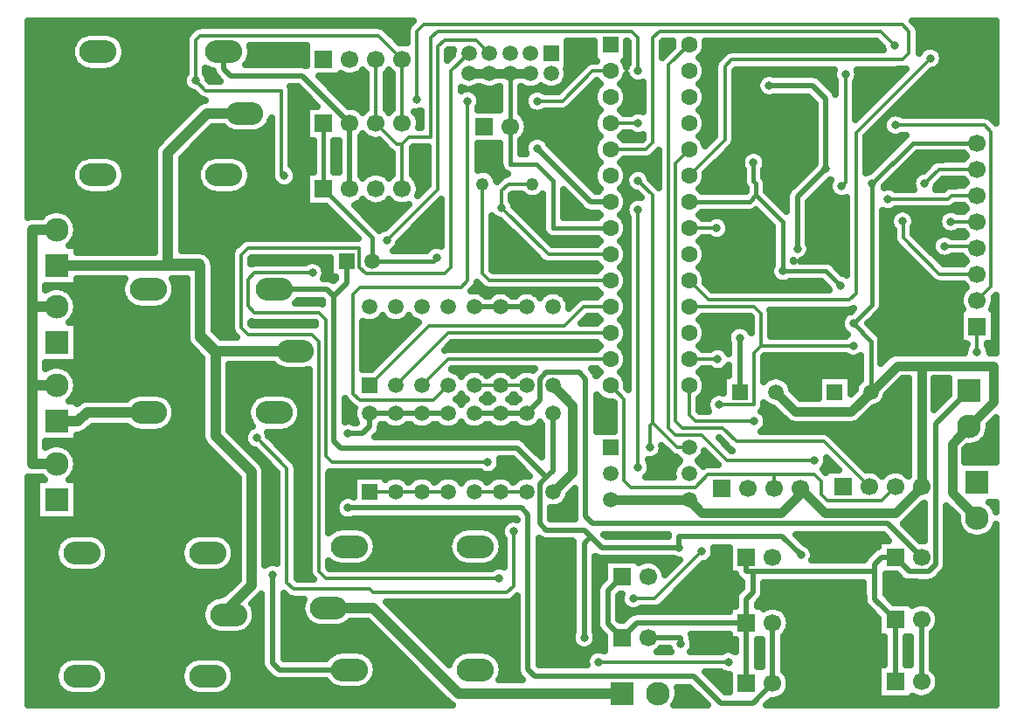
<source format=gbr>
G04 DipTrace 3.2.0.1*
G04 Bottom.gbr*
%MOIN*%
G04 #@! TF.FileFunction,Copper,L2,Bot*
G04 #@! TF.Part,Single*
G04 #@! TA.AperFunction,Conductor*
%ADD13C,0.011811*%
%ADD14C,0.021654*%
%ADD15C,0.015748*%
%ADD16C,0.035433*%
%ADD17C,0.03937*%
G04 #@! TA.AperFunction,CopperBalancing*
%ADD18C,0.025*%
G04 #@! TA.AperFunction,ComponentPad*
%ADD19R,0.090551X0.090551*%
%ADD20C,0.090551*%
%ADD23R,0.062992X0.062992*%
%ADD24C,0.062992*%
%ADD26R,0.059055X0.059055*%
%ADD27C,0.059055*%
%ADD31R,0.066929X0.066929*%
%ADD32C,0.066929*%
%ADD34O,0.141732X0.086614*%
%ADD37C,0.048*%
G04 #@! TA.AperFunction,ViaPad*
%ADD38C,0.031496*%
%FSLAX26Y26*%
G04*
G70*
G90*
G75*
G01*
G04 Bottom*
%LPD*%
X3564051Y2842218D2*
D13*
Y2429812D1*
X3549286Y2415047D1*
X2567373Y692776D2*
D14*
Y1051858D1*
X2592963Y1077449D1*
X2567373Y1103039D1*
X2423357D1*
X2397766Y1128630D1*
Y1278602D1*
X2423357Y1304193D1*
X2311333Y1416217D1*
X1637440D1*
X1611849Y1441807D1*
Y1995488D1*
X1661060Y2044699D1*
Y2129793D1*
X1673570Y2404764D2*
Y2654738D1*
X1672318Y569932D2*
X1404248D1*
X1378656Y595524D1*
Y932043D1*
X2667205Y2354706D2*
X2593434D1*
X2388483Y2559657D1*
X3273391Y2798472D2*
X3438558D1*
X3489333Y2747697D1*
Y2481976D1*
X2423357Y1304193D2*
X2448551Y1329387D1*
Y1548635D1*
X3160903Y1629845D2*
Y1730236D1*
X3160904Y1730238D1*
Y1836866D1*
X2592963Y1077449D2*
X2634255Y1036157D1*
X2929677D1*
X1384890Y2021079D2*
X1586259D1*
X1611849Y1995488D1*
X1673570Y2654738D2*
X1492370Y2835937D1*
X1219192D1*
X1193601Y2861528D1*
Y2927234D1*
X3489333Y2481976D2*
X3381223Y2373866D1*
Y2175665D1*
X2929677Y1036157D2*
Y1077449D1*
X3323723D1*
X3394172Y1007000D1*
X2363488Y2844719D2*
D16*
X2284748D1*
X3298698Y1629845D2*
X3373504Y1555039D1*
X3586354D1*
X3661160Y1629845D1*
X4067058Y1148336D2*
X3970849Y1244545D1*
Y1433337D1*
X4035811Y1498299D1*
X3543845Y2035665D2*
D15*
X3488491Y2091020D1*
X3326105D1*
X2448551Y1654843D2*
D16*
X2523470Y1579924D1*
Y1323554D1*
X2448551Y1248635D1*
X3326105Y2091020D2*
D15*
Y2277307D1*
X3223117Y2380295D1*
Y2424429D1*
X3213743Y2433803D1*
Y2504378D1*
X2127268Y2844719D2*
D16*
X2206008D1*
X4035811Y1498299D2*
X4129551Y1592039D1*
Y1729835D1*
X3854612D1*
Y1267383D1*
X2286005Y2642239D2*
D15*
Y2498504D1*
X2385984D1*
X2448478Y2436010D1*
Y2254706D1*
X2667205D1*
X2284748Y2844719D2*
X2286005Y2642239D1*
X3667097Y2425445D2*
X3821471Y2579819D1*
X4067058D1*
X3594042Y1890457D2*
X3667097Y1963512D1*
Y2425445D1*
X3661160Y1629845D2*
Y1823339D1*
X3594042Y1890457D1*
X1573570Y2404764D2*
Y2654738D1*
X1759486Y2129793D2*
Y2218848D1*
X1573570Y2404764D1*
X2004932Y2142480D2*
X1992244Y2129793D1*
X1759486D1*
X2967205Y1217367D2*
D16*
X2667205D1*
X3392160Y1261134D2*
Y1242417D1*
X3317896Y1168154D1*
X3016419D1*
X2967205Y1217367D1*
X3854612Y1267383D2*
X3754622Y1167394D1*
X3485900D1*
X3392160Y1261134D1*
X3661160Y1629845D2*
X3761150Y1729835D1*
X3854612D1*
X3223117Y2380295D2*
D15*
X3197528Y2354706D1*
X2967205D1*
X2206008Y2844719D2*
D16*
X2284748D1*
X2369756Y2423512D2*
D13*
X2278562D1*
X2252971Y2397921D1*
Y2332303D1*
X2430568Y2154706D1*
X2667205D1*
X2179756Y2423512D2*
Y2080299D1*
X2205349Y2054706D1*
X2667205D1*
Y1954706D2*
X2566114D1*
X2491707Y1880299D1*
X1974008D1*
X1748551Y1654843D1*
X2667205Y1854706D2*
X2048415D1*
X1848551Y1654843D1*
X2967205Y1417367D2*
X2923428D1*
X2828625Y1512171D1*
Y2380299D1*
X2773507Y2435417D1*
X2667205Y2654706D2*
X2773507D1*
Y2654705D1*
X2817189Y1417367D2*
Y1500735D1*
X2828625Y1512171D1*
X3751747Y2952457D2*
X3698314Y3005890D1*
X2854215D1*
X2828625Y2980299D1*
Y2580295D1*
X2803035Y2554706D1*
X2667205D1*
X4035811Y1636094D2*
D14*
X3907762Y1508046D1*
Y971150D1*
X3882172Y945559D1*
X3807740D1*
X3754591Y998709D1*
X3185900D2*
Y945559D1*
X3211495D1*
Y865819D1*
X3185900Y840224D1*
Y748693D1*
X3754591Y998709D2*
X3701440D1*
X3675849Y973118D1*
Y945559D1*
Y839928D1*
X3754591Y761186D1*
X3185900Y748693D2*
Y517509D1*
X3754591Y761186D2*
Y523664D1*
X3211495Y945559D2*
X3675849D1*
X2710950Y692444D2*
X2657798Y745596D1*
Y870517D1*
X2710950Y923669D1*
X3185900Y748693D2*
X2767199D1*
X2710950Y692444D1*
X2348551Y1654843D2*
D13*
X2248551D1*
X2148551D1*
X2048551Y1248635D2*
X1948551D1*
X1848551D2*
X1748551D1*
X1948551D2*
X1848551D1*
X4067058Y1879819D2*
Y1781772D1*
X3755684Y2647339D2*
X4094621D1*
X4120211Y2621748D1*
Y2032972D1*
X4067058Y1979819D1*
X3782070Y2280945D2*
X3785837D1*
Y2217283D1*
X3923302Y2079819D1*
X4067058D1*
X3942071Y2186037D2*
X4060840D1*
X4067058Y2179819D1*
Y2279819D2*
X3967068D1*
Y2279777D1*
X1317346Y1454864D2*
X1433774Y1338436D1*
Y902520D1*
X1459365Y876929D1*
X1750255D1*
X1762759Y864425D1*
X2272176D1*
X2297766Y890016D1*
Y1097547D1*
X3082160Y1580630D2*
X3216022D1*
Y1780220D1*
X3241613Y1805811D1*
X3594042D1*
X3241613D2*
Y1929115D1*
X3216022Y1954706D1*
X2967205D1*
X2242648Y919543D2*
X1581034D1*
X1555444Y945134D1*
Y1823480D1*
X1529853Y1849071D1*
X1284156D1*
X1258566Y1874661D1*
Y2153417D1*
X1284156Y2179008D1*
X1710273D1*
Y2106171D1*
X1735865Y2080579D1*
X2034459D1*
X2060050Y2106169D1*
Y2856241D1*
X2127268Y2923459D1*
X3016420Y1020933D2*
X2836479Y840992D1*
X2755829D1*
X1530562Y2084071D2*
X1309747D1*
X1284156Y2058480D1*
Y1958087D1*
X1309747Y1932496D1*
X1555444D1*
X1581034Y1906906D1*
Y1386689D1*
X1606625Y1361098D1*
X2199341D1*
X1814605Y2208535D2*
X2009396Y2403327D1*
Y2947083D1*
X2034987Y2972673D1*
X2156794D1*
X2206008Y2923459D1*
X2967205Y2054706D2*
X3041612Y1980299D1*
X3578814D1*
X3604404Y2005890D1*
Y2620075D1*
X3887573Y2903244D1*
X1773570Y2898462D2*
Y2654738D1*
X1852311Y2575996D1*
X1873570D1*
Y2404764D1*
X2773507Y2854705D2*
Y2980299D1*
X2747916Y3005890D1*
X2009396D1*
X1983806Y2980299D1*
Y2601587D1*
X1899160D1*
X1873570Y2575996D1*
Y2654738D2*
Y2898462D1*
X3117755Y600189D2*
X2622491D1*
X3445314Y1369402D2*
X3113601D1*
X3016420Y1466583D1*
X2916022D1*
X2890432Y1492173D1*
Y2877933D1*
X2967205Y2954706D1*
X1086121Y2817220D2*
X1123617Y2779724D1*
X1411087D1*
Y2454759D1*
X1423585D1*
X1873570Y2898462D2*
X1781803Y2990228D1*
X1103050D1*
X1086121Y2973299D1*
Y2817220D1*
X2667205Y1754706D2*
X2048415D1*
X1948551Y1654843D1*
X3285900Y748693D2*
D14*
Y517509D1*
X2048551Y1548635D2*
X1948551D1*
X3285900Y517509D2*
X3211777Y443386D1*
X3087818D1*
X2986274Y544929D1*
X2378475D1*
X2352885Y570520D1*
Y1161980D1*
X2327294Y1187571D1*
X1666967D1*
X1748551Y1548635D2*
Y1496930D1*
X1722959Y1471339D1*
X1666967D1*
X1848551Y1548635D2*
X1748551D1*
X1948551D2*
X1848551D1*
X3854591Y998709D2*
X3724669Y1128630D1*
X2599134D1*
X2573543Y1154220D1*
Y1678463D1*
X2547951Y1704055D1*
X2423357D1*
X2397766Y1678465D1*
Y1597850D1*
X2348551Y1548635D1*
X3854591Y761186D2*
Y523664D1*
X2248551Y1548635D2*
X2148551D1*
X2348551D2*
X2248551D1*
X554927Y1517357D2*
D17*
X636844D1*
X670566Y1551079D1*
X904890D1*
X2773507Y2325181D2*
D13*
Y1341972D1*
X2148551Y1248635D2*
X2248551D1*
X2348551D1*
X2967205Y2254706D2*
X3073507D1*
Y2254705D1*
X3866715Y2425953D2*
X3920581Y2479819D1*
X4067058D1*
X2967205Y1754706D2*
X3076262D1*
Y1754705D1*
X3726951Y2365591D2*
X3955613D1*
X3969841Y2379819D1*
X4067058D1*
X2123668Y2739291D2*
Y2054709D1*
X2098077Y2029118D1*
X1712243D1*
X1686652Y2003528D1*
Y1623441D1*
X1712243Y1597850D1*
X1991559D1*
X2048551Y1654843D1*
X2388483Y2739291D2*
X2484073D1*
X2599488Y2854706D1*
X2667205D1*
X2810950Y692444D2*
D14*
X2935927D1*
Y667446D1*
X2348551Y1954843D2*
X2248551D1*
X2148551D1*
X1928688Y2746228D2*
D13*
Y3005890D1*
X1954278Y3031480D1*
X3781274D1*
X3806865Y3005890D1*
Y2922929D1*
X3781274Y2897339D1*
X3129528D1*
X3103937Y2871748D1*
Y2591438D1*
X2967205Y2454706D1*
X3754612Y1267383D2*
X3701461Y1214232D1*
X3496495D1*
X3470904Y1239823D1*
Y1288693D1*
X3445314Y1314283D1*
X3292160D1*
X3040270D1*
X2992570Y1266583D1*
X2743979D1*
X2718388Y1292173D1*
Y1603522D1*
X2667205Y1654706D1*
X3292160Y1261134D2*
Y1314283D1*
X3216022Y1517764D2*
X2992795D1*
X2967205Y1543354D1*
Y1654706D1*
X3654612Y1267383D2*
X3480999Y1440996D1*
X3147743D1*
X3096566Y1492173D1*
X2941613D1*
X2916022Y1517764D1*
Y2503524D1*
X2967205Y2554706D1*
X2710950Y479966D2*
D17*
X2087835D1*
X1762869Y804932D1*
X1592318D1*
X554927Y2248840D2*
X461186D1*
Y1955121D1*
X554927D1*
Y1655152D2*
X461186D1*
Y1355184D1*
X554927D1*
X461186Y1955121D2*
Y1655152D1*
X1211108Y779934D2*
Y804932D1*
X1298598Y892423D1*
Y1323627D1*
X1161113Y1461113D1*
Y1779829D1*
X1103050Y1837892D1*
Y1844142D1*
Y2112864D1*
X1098619Y2117294D1*
X979882D1*
Y2543475D1*
X1128640Y2692234D1*
X1273601D1*
X1103050Y2112864D2*
X554927Y2111045D1*
X1103050Y1844142D2*
X1161113Y1786079D1*
X1464890D1*
D38*
X3942071Y2186037D3*
X2817189Y1417367D3*
X3549286Y2415047D3*
X3564051Y2842218D3*
X2567373Y692776D3*
X2929677Y1036157D3*
X3394172Y1007000D3*
X3489333Y2481976D3*
X3381223Y2175665D3*
X3273391Y2798472D3*
X2388483Y2559657D3*
X1378656Y932043D3*
X3160904Y1836866D3*
X3543845Y2035665D3*
X2004932Y2142480D3*
X3213743Y2504378D3*
X3594042Y1890457D3*
X3667097Y2425445D3*
X3326105Y2091020D3*
X2252971Y2332303D3*
X2773507Y2435417D3*
Y2654705D3*
X3751747Y2952457D3*
X4067058Y1781772D3*
X3755684Y2647339D3*
X3782070Y2280945D3*
X3967068Y2279777D3*
X2297766Y1097547D3*
X1317346Y1454864D3*
X3594042Y1805811D3*
X2242648Y919543D3*
X2755829Y840992D3*
X3016420Y1020933D3*
X3082160Y1580630D3*
X2199341Y1361098D3*
X1530562Y2084071D3*
X1814605Y2208535D3*
X3887573Y2903244D3*
X2773507Y2854705D3*
X1086121Y2817220D3*
X2622491Y600189D3*
X3117755D3*
X3445314Y1369402D3*
X1423585Y2454759D3*
X1666967Y1187571D3*
Y1471339D3*
X2773507Y1341972D3*
Y2325181D3*
X3073507Y2254705D3*
X3866715Y2425953D3*
X3076262Y1754705D3*
X3726951Y2365591D3*
X2123668Y2739291D3*
X2388483D3*
X2935927Y667446D3*
X1928688Y2746228D3*
X3216022Y1517764D3*
X446879Y3021686D2*
D18*
X1080833D1*
X1804019D2*
X1892605D1*
X3842958D2*
X4137340D1*
X446879Y2996818D2*
X656861D1*
X770339D2*
X1054888D1*
X1830214D2*
X1889052D1*
X3846475D2*
X4137340D1*
X446879Y2971949D2*
X623919D1*
X803281D2*
X1046491D1*
X1855082D2*
X1889052D1*
X3846475D2*
X4137340D1*
X446879Y2947080D2*
X611719D1*
X815481D2*
X1046491D1*
X1295504D2*
X1506383D1*
X2505483D2*
X2601999D1*
X2868236D2*
X2902457D1*
X3031940D2*
X3702137D1*
X3846475D2*
X3868209D1*
X3906940D2*
X4137340D1*
X446879Y2922211D2*
X609171D1*
X818029D2*
X1046491D1*
X1298016D2*
X1506383D1*
X2049036D2*
X2064023D1*
X2505483D2*
X2601999D1*
X2868236D2*
X2879707D1*
X3023328D2*
X3099390D1*
X3933028D2*
X4137340D1*
X446879Y2897343D2*
X615271D1*
X811929D2*
X1046491D1*
X1291916D2*
X1506383D1*
X2505483D2*
X2601999D1*
X3015684D2*
X3074558D1*
X3936652D2*
X4137340D1*
X446879Y2872474D2*
X632998D1*
X794202D2*
X1046491D1*
X2505483D2*
X2562240D1*
X3029858D2*
X3064331D1*
X3925564D2*
X4137340D1*
X446879Y2847605D2*
X1046491D1*
X1125736D2*
X1151417D1*
X1716031D2*
X1731090D1*
X1816040D2*
X1831099D1*
X2505411D2*
X2537372D1*
X3032012D2*
X3064331D1*
X3143575D2*
X3514893D1*
X3613192D2*
X3776919D1*
X3886916D2*
X4137340D1*
X446879Y2822736D2*
X1036982D1*
X1135604D2*
X1170435D1*
X1567542D2*
X1733961D1*
X1813205D2*
X1833934D1*
X2501356D2*
X2512504D1*
X2723659D2*
X2736601D1*
X3023650D2*
X3064331D1*
X3143575D2*
X3230690D1*
X3476258D2*
X3518804D1*
X3609280D2*
X3752051D1*
X3862049D2*
X4137340D1*
X446879Y2797867D2*
X1040822D1*
X1592410D2*
X1733961D1*
X1813205D2*
X1833934D1*
X2597633D2*
X2619224D1*
X2715190D2*
X2788992D1*
X3015218D2*
X3064331D1*
X3143575D2*
X3223944D1*
X3501125D2*
X3524438D1*
X3603682D2*
X3727184D1*
X3837181D2*
X4137340D1*
X446879Y2772999D2*
X1067807D1*
X1450703D2*
X1493357D1*
X1617277D2*
X1733961D1*
X1813205D2*
X1833934D1*
X2158877D2*
X2243588D1*
X2326780D2*
X2353286D1*
X2572766D2*
X2604726D1*
X2729687D2*
X2788992D1*
X3029679D2*
X3064331D1*
X3143575D2*
X3231444D1*
X3603682D2*
X3702316D1*
X3812313D2*
X4137340D1*
X446879Y2748130D2*
X1101610D1*
X1450703D2*
X1518225D1*
X1642145D2*
X1733961D1*
X1813205D2*
X1833934D1*
X2172298D2*
X2243767D1*
X2326923D2*
X2339865D1*
X2547898D2*
X2602322D1*
X2732056D2*
X2788992D1*
X3032083D2*
X3064331D1*
X3143575D2*
X3426941D1*
X3603682D2*
X3677448D1*
X3787445D2*
X4137340D1*
X446879Y2723261D2*
X1085175D1*
X1450703D2*
X1543093D1*
X1667013D2*
X1733961D1*
X1813205D2*
X1833934D1*
X2170325D2*
X2243911D1*
X2327103D2*
X2341839D1*
X2523030D2*
X2610432D1*
X2723982D2*
X2788992D1*
X3023973D2*
X3064331D1*
X3143575D2*
X3444775D1*
X3603682D2*
X3652581D1*
X3762578D2*
X4137340D1*
X446879Y2698392D2*
X1060307D1*
X1450703D2*
X1506383D1*
X1923800D2*
X1944170D1*
X2327246D2*
X2362903D1*
X2414086D2*
X2619726D1*
X2714688D2*
X2753753D1*
X3014715D2*
X3064331D1*
X3143575D2*
X3444775D1*
X3603682D2*
X3627713D1*
X3737710D2*
X4137340D1*
X446879Y2673524D2*
X1035439D1*
X1450703D2*
X1506383D1*
X2345116D2*
X2604870D1*
X3029535D2*
X3064331D1*
X3143575D2*
X3444775D1*
X4123429D2*
X4137340D1*
X446879Y2648655D2*
X1010571D1*
X1450703D2*
X1506383D1*
X2352867D2*
X2602286D1*
X3032119D2*
X3064331D1*
X3143575D2*
X3444775D1*
X3687974D2*
X3706227D1*
X446879Y2623786D2*
X985704D1*
X1134671D2*
X1214071D1*
X1333146D2*
X1371459D1*
X1450703D2*
X1506383D1*
X2350499D2*
X2610145D1*
X3024261D2*
X3064331D1*
X3143575D2*
X3444775D1*
X3663107D2*
X3712543D1*
X446879Y2598917D2*
X960836D1*
X1109803D2*
X1371459D1*
X1450703D2*
X1506383D1*
X1718112D2*
X1738410D1*
X2336540D2*
X2360212D1*
X2416741D2*
X2620228D1*
X2714185D2*
X2788992D1*
X3014177D2*
X3056401D1*
X3143575D2*
X3444775D1*
X3644016D2*
X3782804D1*
X446879Y2574049D2*
X936686D1*
X1084936D2*
X1371459D1*
X1450703D2*
X1531969D1*
X1615160D2*
X1629035D1*
X1718112D2*
X1799270D1*
X2163291D2*
X2244413D1*
X2327605D2*
X2341265D1*
X2436047D2*
X2605049D1*
X3139233D2*
X3444775D1*
X3644016D2*
X3757901D1*
X446879Y2549180D2*
X926818D1*
X1060068D2*
X1371459D1*
X1450703D2*
X1531969D1*
X1615160D2*
X1629035D1*
X1718112D2*
X1824138D1*
X1913178D2*
X1969792D1*
X2163291D2*
X2244413D1*
X2327605D2*
X2340188D1*
X2460915D2*
X2602250D1*
X3116662D2*
X3197138D1*
X3230343D2*
X3444775D1*
X3644016D2*
X3733033D1*
X446879Y2524311D2*
X651084D1*
X776116D2*
X926495D1*
X1035200D2*
X1131071D1*
X1256139D2*
X1371459D1*
X1450703D2*
X1531969D1*
X1615160D2*
X1629035D1*
X1718112D2*
X1833934D1*
X1913178D2*
X1969792D1*
X2163291D2*
X2244413D1*
X2485782D2*
X2609858D1*
X2826862D2*
X2850820D1*
X3091795D2*
X3168718D1*
X3258764D2*
X3444775D1*
X3644016D2*
X3708165D1*
X3823760D2*
X4017594D1*
X446879Y2499442D2*
X622125D1*
X805075D2*
X926495D1*
X1033298D2*
X1102112D1*
X1285062D2*
X1371459D1*
X1450703D2*
X1531969D1*
X1615160D2*
X1629035D1*
X1718112D2*
X1833934D1*
X1913178D2*
X1969792D1*
X2163291D2*
X2244413D1*
X2510650D2*
X2620767D1*
X2713647D2*
X2850820D1*
X3066927D2*
X3164556D1*
X3262962D2*
X3443232D1*
X3644016D2*
X3683297D1*
X3798892D2*
X3885218D1*
X446879Y2474573D2*
X611073D1*
X816127D2*
X926495D1*
X1033298D2*
X1091060D1*
X1296150D2*
X1371459D1*
X1468681D2*
X1531969D1*
X1615160D2*
X1629035D1*
X1718112D2*
X1833934D1*
X1913178D2*
X1969792D1*
X2203266D2*
X2252595D1*
X2535518D2*
X2605229D1*
X2729185D2*
X2745069D1*
X2801922D2*
X2850820D1*
X3042059D2*
X3172163D1*
X3255319D2*
X3419979D1*
X3644016D2*
X3658430D1*
X3774025D2*
X3860350D1*
X446879Y2449705D2*
X609386D1*
X817814D2*
X926495D1*
X1033298D2*
X1089409D1*
X1297801D2*
X1371818D1*
X1472772D2*
X1506383D1*
X1922580D2*
X1969792D1*
X2230861D2*
X2249760D1*
X2560386D2*
X2602179D1*
X2820761D2*
X2850820D1*
X3032227D2*
X3172163D1*
X3255426D2*
X3395111D1*
X3749157D2*
X3823712D1*
X446879Y2424836D2*
X616420D1*
X810780D2*
X926495D1*
X1033298D2*
X1096442D1*
X1290767D2*
X1384879D1*
X1462294D2*
X1506383D1*
X1937544D2*
X1969792D1*
X2585253D2*
X2609571D1*
X2839098D2*
X2850820D1*
X3024835D2*
X3173204D1*
X3264720D2*
X3370244D1*
X3724253D2*
X3817253D1*
X3920612D2*
X4018097D1*
X446879Y2399967D2*
X635869D1*
X791367D2*
X926495D1*
X1033298D2*
X1115856D1*
X1271354D2*
X1506383D1*
X1940558D2*
X1951024D1*
X2610121D2*
X2621305D1*
X2713109D2*
X2740189D1*
X3013101D2*
X3181529D1*
X3264720D2*
X3345771D1*
X3469296D2*
X3502298D1*
X446879Y2375098D2*
X926495D1*
X1033298D2*
X1506383D1*
X2292582D2*
X2340691D1*
X2398799D2*
X2406896D1*
X2490053D2*
X2511069D1*
X2729005D2*
X2778836D1*
X3286107D2*
X3336692D1*
X3444428D2*
X3522106D1*
X446879Y2350230D2*
X926495D1*
X1033298D2*
X1506383D1*
X1710863D2*
X1736293D1*
X1810837D2*
X1836302D1*
X2011286D2*
X2020418D1*
X2298898D2*
X2406897D1*
X2490053D2*
X2535936D1*
X3310975D2*
X3336692D1*
X3425769D2*
X3564772D1*
X446879Y2325361D2*
X926495D1*
X1033298D2*
X1595197D1*
X1710756D2*
X1876421D1*
X1986418D2*
X2020424D1*
X2314902D2*
X2406897D1*
X2490053D2*
X2560804D1*
X3425769D2*
X3564772D1*
X3753678D2*
X3764324D1*
X3799825D2*
X3953254D1*
X3980861D2*
X4018635D1*
X446879Y2300492D2*
X495992D1*
X613848D2*
X926495D1*
X1033298D2*
X1620064D1*
X1735624D2*
X1851553D1*
X1961550D2*
X2020424D1*
X2339770D2*
X2406897D1*
X2490053D2*
X2621843D1*
X2712570D2*
X2731039D1*
X3012562D2*
X3060563D1*
X3086448D2*
X3245151D1*
X3425769D2*
X3564772D1*
X3708680D2*
X3736872D1*
X3827277D2*
X3922430D1*
X629063Y2275623D2*
X926495D1*
X1033298D2*
X1644932D1*
X1760491D2*
X1826685D1*
X1936683D2*
X2020424D1*
X2219378D2*
X2254640D1*
X2364637D2*
X2406897D1*
X3118062D2*
X3270019D1*
X3425769D2*
X3564772D1*
X3708680D2*
X3732925D1*
X3831224D2*
X3917801D1*
X633907Y2250755D2*
X926495D1*
X1033298D2*
X1669800D1*
X1911815D2*
X2020424D1*
X2219378D2*
X2279508D1*
X2389505D2*
X2407076D1*
X3122798D2*
X3284516D1*
X3425769D2*
X3564772D1*
X3708680D2*
X3743583D1*
X3825447D2*
X3927633D1*
X630391Y2225886D2*
X926495D1*
X1033298D2*
X1694668D1*
X1886947D2*
X2020424D1*
X2219378D2*
X2304376D1*
X2725417D2*
X2733906D1*
X3113074D2*
X3284516D1*
X3425769D2*
X3564772D1*
X3708680D2*
X3746202D1*
X3832229D2*
X3914715D1*
X3969414D2*
X4019137D1*
X617113Y2201017D2*
X926495D1*
X1033298D2*
X1251175D1*
X1863479D2*
X2020424D1*
X2219378D2*
X2329243D1*
X2439241D2*
X2622417D1*
X2711996D2*
X2733874D1*
X3011988D2*
X3284516D1*
X3425769D2*
X3564772D1*
X3708680D2*
X3749970D1*
X3857097D2*
X3895050D1*
X633907Y2176148D2*
X926495D1*
X1033298D2*
X1226702D1*
X1851099D2*
X1969684D1*
X2219378D2*
X2354111D1*
X3028638D2*
X3284516D1*
X3430685D2*
X3564772D1*
X3708680D2*
X3771967D1*
X3881964D2*
X3893650D1*
X1139121Y2151280D2*
X1218951D1*
X2219378D2*
X2378979D1*
X3032334D2*
X3284516D1*
X3423867D2*
X3564772D1*
X3708680D2*
X3796835D1*
X1154623Y2126411D2*
X1218951D1*
X1298195D2*
X1507747D1*
X1553368D2*
X1597816D1*
X2219378D2*
X2404026D1*
X2725668D2*
X2733899D1*
X3025660D2*
X3284516D1*
X3507585D2*
X3564772D1*
X3708680D2*
X3821703D1*
X3931700D2*
X4019676D1*
X1156453Y2101542D2*
X1218951D1*
X1576657D2*
X1597816D1*
X2219378D2*
X2622991D1*
X2711422D2*
X2733874D1*
X3011414D2*
X3277842D1*
X3535754D2*
X3564772D1*
X3708680D2*
X3846570D1*
X1156453Y2076673D2*
X1218951D1*
X1579456D2*
X1597816D1*
X3028459D2*
X3278883D1*
X3708680D2*
X3871438D1*
X633907Y2051804D2*
X806929D1*
X1002833D2*
X1049649D1*
X1156453D2*
X1218951D1*
X3032334D2*
X3297758D1*
X3354431D2*
X3469930D1*
X3708680D2*
X3896449D1*
X514592Y2026936D2*
X526099D1*
X583777D2*
X800541D1*
X1009256D2*
X1049649D1*
X1156453D2*
X1218951D1*
X2150911D2*
X2178207D1*
X2725919D2*
X2733895D1*
X3049989D2*
X3494798D1*
X3708680D2*
X4020250D1*
X617831Y2002067D2*
X802766D1*
X1006995D2*
X1049649D1*
X1156453D2*
X1218951D1*
X2189271D2*
X2207847D1*
X2289245D2*
X2307857D1*
X2389254D2*
X2407830D1*
X2489263D2*
X2623601D1*
X2710812D2*
X2733874D1*
X3708680D2*
X4003815D1*
X630678Y1977198D2*
X814608D1*
X995189D2*
X1049649D1*
X1156453D2*
X1218951D1*
X1475176D2*
X1567315D1*
X2507528D2*
X2533604D1*
X3708680D2*
X3999939D1*
X633871Y1952329D2*
X846078D1*
X963719D2*
X1049649D1*
X1156453D2*
X1218951D1*
X3707065D2*
X4006004D1*
X4128094D2*
X4137340D1*
X628740Y1927461D2*
X1049649D1*
X1156453D2*
X1218951D1*
X2726206D2*
X2733902D1*
X3281227D2*
X3562619D1*
X3688836D2*
X3999868D1*
X613023Y1902592D2*
X1049649D1*
X1156453D2*
X1218951D1*
X1782022D2*
X1815059D1*
X1882031D2*
X1915068D1*
X2568998D2*
X2624212D1*
X2710202D2*
X2733874D1*
X3010194D2*
X3201983D1*
X3281227D2*
X3546184D1*
X3663968D2*
X3999868D1*
X633907Y1877723D2*
X1049649D1*
X1156453D2*
X1218951D1*
X1726258D2*
X1916432D1*
X3028028D2*
X3135238D1*
X3186565D2*
X3201983D1*
X3281227D2*
X3546327D1*
X3664542D2*
X3999868D1*
X633907Y1852854D2*
X1049649D1*
X1168833D2*
X1226020D1*
X1726258D2*
X1891564D1*
X3032406D2*
X3114246D1*
X3281227D2*
X3563408D1*
X3689410D2*
X3999868D1*
X633907Y1827986D2*
X1050618D1*
X1726258D2*
X1866696D1*
X3026449D2*
X3112272D1*
X3702472D2*
X3999868D1*
X633907Y1803117D2*
X1063393D1*
X1726258D2*
X1841829D1*
X2051835D2*
X2624822D1*
X2709556D2*
X2733874D1*
X3009584D2*
X3116363D1*
X3702759D2*
X4022726D1*
X4111408D2*
X4137340D1*
X633907Y1778248D2*
X1088225D1*
X1726258D2*
X1816961D1*
X3702759D2*
X3751549D1*
X633907Y1753379D2*
X1107710D1*
X1726258D2*
X1792093D1*
X3255642D2*
X3619567D1*
X3702759D2*
X3713009D1*
X514592Y1728510D2*
X530764D1*
X579112D2*
X1107710D1*
X1214513D2*
X1387499D1*
X1726258D2*
X1767225D1*
X3255642D2*
X3619567D1*
X616575Y1703642D2*
X1107710D1*
X1214513D2*
X1515821D1*
X2087217D2*
X2109883D1*
X2187226D2*
X2209893D1*
X2287235D2*
X2309866D1*
X2609726D2*
X2625467D1*
X2708910D2*
X2733874D1*
X3008938D2*
X3116363D1*
X3255642D2*
X3619567D1*
X630175Y1678773D2*
X1107710D1*
X1214513D2*
X1515821D1*
X3027598D2*
X3097667D1*
X3337207D2*
X3460134D1*
X3586602D2*
X3619567D1*
X3781776D2*
X3803186D1*
X3906043D2*
X3956807D1*
X633907Y1653904D2*
X1107710D1*
X1214513D2*
X1515821D1*
X3032406D2*
X3097667D1*
X3356979D2*
X3460134D1*
X3586602D2*
X3602881D1*
X3756908D2*
X3803186D1*
X3906043D2*
X3956807D1*
X629314Y1629035D2*
X1107710D1*
X1214513D2*
X1515821D1*
X3026916D2*
X3097667D1*
X3371225D2*
X3460134D1*
X3732040D2*
X3803186D1*
X3906043D2*
X3956807D1*
X614458Y1604167D2*
X822538D1*
X987259D2*
X1107710D1*
X1214513D2*
X1302525D1*
X1467246D2*
X1515821D1*
X2084561D2*
X2112575D1*
X2184535D2*
X2212548D1*
X2284544D2*
X2312557D1*
X2618087D2*
X2627592D1*
X3006821D2*
X3039033D1*
X3396092D2*
X3460134D1*
X3718727D2*
X3803186D1*
X3906043D2*
X3941915D1*
X1003909Y1579298D2*
X1107710D1*
X1214513D2*
X1285839D1*
X1483932D2*
X1515821D1*
X1656391D2*
X1675792D1*
X2618087D2*
X2678755D1*
X3006821D2*
X3032717D1*
X3697340D2*
X3803186D1*
X3906043D2*
X3917047D1*
X1009399Y1554429D2*
X1107710D1*
X1214513D2*
X1280385D1*
X1489386D2*
X1515821D1*
X1656391D2*
X1685589D1*
X2618087D2*
X2678755D1*
X3247855D2*
X3302423D1*
X3657437D2*
X3803186D1*
X1006313Y1529560D2*
X1107710D1*
X1214513D2*
X1283471D1*
X1486300D2*
X1515821D1*
X1656391D2*
X1688388D1*
X2618087D2*
X2678755D1*
X3263967D2*
X3327290D1*
X3632569D2*
X3803186D1*
X993287Y1504692D2*
X1107710D1*
X1214513D2*
X1296497D1*
X1473274D2*
X1515821D1*
X1793110D2*
X1804114D1*
X1892976D2*
X1904124D1*
X1992985D2*
X2004097D1*
X2092994D2*
X2104104D1*
X2193003D2*
X2204090D1*
X2292977D2*
X2304125D1*
X2392986D2*
X2403990D1*
X2618087D2*
X2678755D1*
X3263644D2*
X3803186D1*
X4114530D2*
X4137340D1*
X673739Y1479823D2*
X853004D1*
X956757D2*
X1107710D1*
X1216882D2*
X1275074D1*
X1436780D2*
X1515821D1*
X1789450D2*
X2403990D1*
X2618087D2*
X2678755D1*
X3246204D2*
X3803186D1*
X4112520D2*
X4137340D1*
X633907Y1454954D2*
X1108069D1*
X1241749D2*
X1267897D1*
X1372260D2*
X1515821D1*
X2330189D2*
X2403990D1*
X3522046D2*
X3803186D1*
X4101324D2*
X4137340D1*
X514592Y1430085D2*
X536900D1*
X572940D2*
X1118260D1*
X1266617D2*
X1274939D1*
X1397128D2*
X1515821D1*
X2359434D2*
X2403990D1*
X3546914D2*
X3803186D1*
X4072904D2*
X4137340D1*
X615283Y1405217D2*
X1142518D1*
X1291485D2*
X1311999D1*
X1421996D2*
X1515821D1*
X2384302D2*
X2403990D1*
X2865042D2*
X2880568D1*
X3571781D2*
X3803186D1*
X4022272D2*
X4137340D1*
X629673Y1380348D2*
X1167385D1*
X1316353D2*
X1336866D1*
X1446863D2*
X1515821D1*
X2848572D2*
X2916560D1*
X3017873D2*
X3047645D1*
X3596649D2*
X3803186D1*
X4022272D2*
X4137340D1*
X633907Y1355479D2*
X1192253D1*
X1340790D2*
X1361734D1*
X1469255D2*
X1515821D1*
X2248480D2*
X2310117D1*
X2820977D2*
X2917421D1*
X3017012D2*
X3072513D1*
X3492657D2*
X3511520D1*
X3621517D2*
X3803186D1*
X629852Y1330610D2*
X1217121D1*
X1351519D2*
X1386602D1*
X1473382D2*
X1515821D1*
X2237572D2*
X2334985D1*
X2821587D2*
X2905436D1*
X3670750D2*
X3738487D1*
X3770759D2*
X3803186D1*
X615786Y1305741D2*
X1241989D1*
X1351986D2*
X1394137D1*
X1473382D2*
X1515821D1*
X1595065D2*
X1685302D1*
X1811806D2*
X1825358D1*
X1871768D2*
X1925331D1*
X1971741D2*
X2025340D1*
X2071751D2*
X2125350D1*
X2171760D2*
X2225359D1*
X2271769D2*
X2325332D1*
X2805905D2*
X2905077D1*
X446879Y1280873D2*
X475933D1*
X633907D2*
X1245182D1*
X1351986D2*
X1394137D1*
X1473382D2*
X1515821D1*
X1595065D2*
X1685302D1*
X446879Y1256004D2*
X475933D1*
X633907D2*
X1245182D1*
X1351986D2*
X1394137D1*
X1473382D2*
X1515821D1*
X1595065D2*
X1685302D1*
X446879Y1231135D2*
X475933D1*
X633907D2*
X1245182D1*
X1351986D2*
X1394137D1*
X1473382D2*
X1515821D1*
X1595065D2*
X1646906D1*
X2509215D2*
X2529011D1*
X446879Y1206266D2*
X475933D1*
X633907D2*
X1245182D1*
X1351986D2*
X1394137D1*
X1473382D2*
X1515821D1*
X1595065D2*
X1621392D1*
X2494574D2*
X2529011D1*
X4119518D2*
X4137340D1*
X446879Y1181398D2*
X475933D1*
X633907D2*
X1245182D1*
X1351986D2*
X1394137D1*
X1473382D2*
X1515821D1*
X1595065D2*
X1617911D1*
X2442327D2*
X2529011D1*
X3840339D2*
X3863221D1*
X3952297D2*
X3962297D1*
X446879Y1156529D2*
X475933D1*
X633907D2*
X1245182D1*
X1351986D2*
X1394137D1*
X1473382D2*
X1515821D1*
X1595065D2*
X1629215D1*
X2442327D2*
X2529011D1*
X3815471D2*
X3863221D1*
X3952297D2*
X3987165D1*
X446879Y1131660D2*
X1245182D1*
X1351986D2*
X1394137D1*
X1473382D2*
X1515821D1*
X1595065D2*
X2263001D1*
X3790567D2*
X3863221D1*
X3952297D2*
X3989892D1*
X446879Y1106791D2*
X1245182D1*
X1351986D2*
X1394137D1*
X1473382D2*
X1515821D1*
X1595065D2*
X1609335D1*
X1735301D2*
X2089358D1*
X2215287D2*
X2249222D1*
X3808474D2*
X3863221D1*
X3952297D2*
X4000334D1*
X446879Y1081923D2*
X588394D1*
X713821D2*
X1068381D1*
X1193808D2*
X1245182D1*
X1351986D2*
X1394137D1*
X1473382D2*
X1515821D1*
X1763936D2*
X2060686D1*
X2650455D2*
X2885377D1*
X3381201D2*
X3709421D1*
X3833341D2*
X3863221D1*
X3952297D2*
X4026601D1*
X4107496D2*
X4137340D1*
X446879Y1057054D2*
X559579D1*
X742636D2*
X1039566D1*
X1222659D2*
X1245182D1*
X1351986D2*
X1394137D1*
X1473382D2*
X1515821D1*
X1774917D2*
X2049742D1*
X2397436D2*
X2523162D1*
X3406068D2*
X3687424D1*
X3952297D2*
X4137340D1*
X446879Y1032185D2*
X548563D1*
X753653D2*
X1028549D1*
X1233676D2*
X1245182D1*
X1351986D2*
X1394137D1*
X1473382D2*
X1515821D1*
X1776496D2*
X2048127D1*
X2397436D2*
X2522839D1*
X3064523D2*
X3118731D1*
X3436319D2*
X3673501D1*
X3952297D2*
X4137340D1*
X446879Y1007316D2*
X546912D1*
X755303D2*
X1026899D1*
X1235290D2*
X1245182D1*
X1351986D2*
X1394137D1*
X1473382D2*
X1515821D1*
X1769391D2*
X2055268D1*
X2249377D2*
X2258167D1*
X2397436D2*
X2522839D1*
X3063877D2*
X3118731D1*
X3443639D2*
X3648095D1*
X3952297D2*
X4137340D1*
X446879Y982448D2*
X553981D1*
X748234D2*
X1033968D1*
X1228221D2*
X1245182D1*
X1351986D2*
X1394137D1*
X1473382D2*
X1515821D1*
X1749798D2*
X2074825D1*
X2229821D2*
X2258157D1*
X2397436D2*
X2522839D1*
X2611915D2*
X2643768D1*
X2840462D2*
X2922947D1*
X3045827D2*
X3118731D1*
X3952297D2*
X4137340D1*
X446879Y957579D2*
X573466D1*
X728749D2*
X1053453D1*
X1208736D2*
X1245182D1*
X1473382D2*
X1515821D1*
X1598008D2*
X2212584D1*
X2397436D2*
X2522839D1*
X2611915D2*
X2643768D1*
X2868523D2*
X2898080D1*
X3008077D2*
X3118731D1*
X3950073D2*
X4137340D1*
X446879Y932710D2*
X1245182D1*
X1473382D2*
X1517974D1*
X2397436D2*
X2522839D1*
X2611915D2*
X2643768D1*
X2983209D2*
X3143384D1*
X3720378D2*
X3758618D1*
X3931269D2*
X4137340D1*
X446879Y907841D2*
X1239548D1*
X2397436D2*
X2522839D1*
X2611915D2*
X2633147D1*
X2958341D2*
X3164843D1*
X3720378D2*
X3786680D1*
X3903244D2*
X4137340D1*
X446879Y882972D2*
X1214645D1*
X2397436D2*
X2522839D1*
X2933474D2*
X3166673D1*
X3256036D2*
X3631301D1*
X3720378D2*
X4137340D1*
X446879Y858104D2*
X1189777D1*
X2397436D2*
X2522839D1*
X2908606D2*
X3145358D1*
X3255319D2*
X3631301D1*
X3720378D2*
X4137340D1*
X446879Y833235D2*
X1128953D1*
X1313913D2*
X1334103D1*
X1423216D2*
X1493321D1*
X2294807D2*
X2308359D1*
X2397436D2*
X2522839D1*
X2883738D2*
X3141374D1*
X3240857D2*
X3631839D1*
X3744492D2*
X4137340D1*
X446879Y808366D2*
X1112160D1*
X1310037D2*
X1334103D1*
X1423216D2*
X1487831D1*
X1833910D2*
X2308359D1*
X2397436D2*
X2522839D1*
X2702343D2*
X2719556D1*
X2856681D2*
X3118731D1*
X3313344D2*
X3645440D1*
X3901342D2*
X4137340D1*
X446879Y783497D2*
X1106598D1*
X1315599D2*
X1334103D1*
X1423216D2*
X1490881D1*
X1858778D2*
X2308359D1*
X2397436D2*
X2522839D1*
X2702343D2*
X2741122D1*
X3342912D2*
X3670307D1*
X3917813D2*
X4137340D1*
X446879Y758629D2*
X1109648D1*
X1312585D2*
X1334103D1*
X1423216D2*
X1503871D1*
X1883646D2*
X2308359D1*
X2397436D2*
X2522839D1*
X2706721D2*
X2715165D1*
X3352314D2*
X3687424D1*
X3921724D2*
X4137340D1*
X446879Y733760D2*
X1122566D1*
X1299667D2*
X1334103D1*
X1423216D2*
X1540150D1*
X1644478D2*
X1759546D1*
X1908514D2*
X2308359D1*
X2397436D2*
X2522839D1*
X3351345D2*
X3687424D1*
X3915660D2*
X4137340D1*
X446879Y708891D2*
X1158558D1*
X1263675D2*
X1334103D1*
X1423216D2*
X1784414D1*
X1933381D2*
X2308359D1*
X2397436D2*
X2520757D1*
X2613997D2*
X2632537D1*
X3339395D2*
X3687424D1*
X3899117D2*
X4137340D1*
X446879Y684022D2*
X1334103D1*
X1423216D2*
X1809282D1*
X1958249D2*
X2308359D1*
X2397436D2*
X2518748D1*
X2616006D2*
X2643768D1*
X2982384D2*
X3118731D1*
X3330460D2*
X3710031D1*
X3799144D2*
X3810040D1*
X3899117D2*
X4137340D1*
X446879Y659154D2*
X1334103D1*
X1423216D2*
X1834149D1*
X1983117D2*
X2308359D1*
X2397436D2*
X2532097D1*
X2602657D2*
X2643768D1*
X2984644D2*
X3141374D1*
X3230451D2*
X3241382D1*
X3330460D2*
X3710031D1*
X3799144D2*
X3810040D1*
X3899117D2*
X4137340D1*
X446879Y634285D2*
X1334103D1*
X1423216D2*
X1604670D1*
X1739965D2*
X1859017D1*
X2007984D2*
X2084693D1*
X2219952D2*
X2308359D1*
X2397436D2*
X2587681D1*
X3230451D2*
X3241382D1*
X3330460D2*
X3710031D1*
X3799144D2*
X3810040D1*
X3899117D2*
X4137340D1*
X446879Y609416D2*
X583693D1*
X718522D2*
X1063680D1*
X1198545D2*
X1334103D1*
X1765587D2*
X1883885D1*
X2032888D2*
X2059071D1*
X2245574D2*
X2308359D1*
X2397436D2*
X2573938D1*
X3230451D2*
X3241382D1*
X3330460D2*
X3710031D1*
X3799144D2*
X3810040D1*
X3899117D2*
X4137340D1*
X446879Y584547D2*
X557928D1*
X744287D2*
X1037915D1*
X1224274D2*
X1335574D1*
X1775455D2*
X1908753D1*
X2255442D2*
X2308359D1*
X3230451D2*
X3241382D1*
X3330460D2*
X3687424D1*
X3899117D2*
X4137340D1*
X446879Y559678D2*
X547988D1*
X754227D2*
X1028011D1*
X1234214D2*
X1352548D1*
X1776209D2*
X1933620D1*
X2256195D2*
X2309758D1*
X3033483D2*
X3091495D1*
X3337458D2*
X3687424D1*
X3910815D2*
X4137340D1*
X446879Y534810D2*
X547199D1*
X755016D2*
X1027222D1*
X1235003D2*
X1378636D1*
X1768099D2*
X1958488D1*
X2248121D2*
X2326624D1*
X3058350D2*
X3118731D1*
X3350735D2*
X3687424D1*
X3920791D2*
X4137340D1*
X446879Y509941D2*
X555237D1*
X746978D2*
X1035260D1*
X1226965D2*
X1598031D1*
X1746604D2*
X1983392D1*
X3083218D2*
X3118731D1*
X3352637D2*
X3687424D1*
X3920289D2*
X4137340D1*
X446879Y485072D2*
X576660D1*
X725555D2*
X1056647D1*
X1205542D2*
X2008259D1*
X2927553D2*
X2984166D1*
X3344347D2*
X3687424D1*
X3908985D2*
X4137340D1*
X446879Y460203D2*
X2033127D1*
X2925148D2*
X3009034D1*
X3318403D2*
X3687424D1*
X3821787D2*
X3839573D1*
X3869584D2*
X4137340D1*
X446879Y435335D2*
X2060866D1*
X2913378D2*
X3033901D1*
X3265689D2*
X4137340D1*
X4019811Y1362623D2*
X4139822D1*
X4139833Y1533131D1*
X4112009Y1505295D1*
X4112303Y1498299D1*
X4112067Y1492298D1*
X4111361Y1486333D1*
X4110190Y1480442D1*
X4108559Y1474662D1*
X4106481Y1469027D1*
X4103966Y1463573D1*
X4101031Y1458332D1*
X4097694Y1453338D1*
X4093976Y1448622D1*
X4089899Y1444211D1*
X4085489Y1440134D1*
X4080772Y1436416D1*
X4075778Y1433079D1*
X4070538Y1430144D1*
X4065083Y1427630D1*
X4059448Y1425551D1*
X4053668Y1423921D1*
X4047777Y1422749D1*
X4041813Y1422043D1*
X4035811Y1421807D1*
X4028854Y1422156D1*
X4019791Y1413077D1*
X4019782Y1362610D1*
X4139854Y1209639D2*
X4112797D1*
X4121146Y1202424D1*
X4125223Y1198014D1*
X4128941Y1193297D1*
X4132278Y1188303D1*
X4135213Y1183063D1*
X4137727Y1177608D1*
X4139838Y1171860D1*
X4139833Y1209671D1*
X4139838Y1124811D2*
X4137727Y1119064D1*
X4135213Y1113609D1*
X4132278Y1108369D1*
X4128941Y1103375D1*
X4125223Y1098658D1*
X4121146Y1094248D1*
X4116735Y1090171D1*
X4112019Y1086453D1*
X4107025Y1083116D1*
X4101784Y1080181D1*
X4096330Y1077666D1*
X4090695Y1075588D1*
X4084914Y1073957D1*
X4079024Y1072786D1*
X4073059Y1072080D1*
X4067058Y1071844D1*
X4061056Y1072080D1*
X4055092Y1072786D1*
X4049201Y1073957D1*
X4043420Y1075588D1*
X4037785Y1077666D1*
X4032331Y1080181D1*
X4027091Y1083116D1*
X4022097Y1086453D1*
X4017380Y1090171D1*
X4012970Y1094248D1*
X4008893Y1098658D1*
X4005174Y1103375D1*
X4001837Y1108369D1*
X3998903Y1113609D1*
X3996388Y1119064D1*
X3994309Y1124699D1*
X3992679Y1130479D1*
X3991507Y1136370D1*
X3990801Y1142334D1*
X3990566Y1148336D1*
X3990914Y1155293D1*
X3949814Y1196378D1*
X3949676Y967851D1*
X3948644Y961335D1*
X3946605Y955060D1*
X3943610Y949182D1*
X3939732Y943845D1*
X3911901Y915830D1*
X3906884Y911545D1*
X3901259Y908098D1*
X3895164Y905573D1*
X3888749Y904033D1*
X3882172Y903516D1*
X3804441Y903645D1*
X3797925Y904677D1*
X3791651Y906716D1*
X3785773Y909711D1*
X3780435Y913589D1*
X3759818Y934023D1*
X3717899Y934027D1*
X3717893Y857320D1*
X3749348Y825887D1*
X3819272Y825867D1*
Y815353D1*
X3825226Y818818D1*
X3834603Y822702D1*
X3844472Y825071D1*
X3854591Y825867D1*
X3864709Y825071D1*
X3874578Y822702D1*
X3883955Y818818D1*
X3892609Y813514D1*
X3900327Y806923D1*
X3906919Y799205D1*
X3912222Y790551D1*
X3916106Y781174D1*
X3918475Y771305D1*
X3919272Y761186D1*
X3918475Y751068D1*
X3916106Y741199D1*
X3912222Y731822D1*
X3906919Y723168D1*
X3900327Y715450D1*
X3896641Y712043D1*
X3896634Y572830D1*
X3903774Y565671D1*
X3909740Y557460D1*
X3914348Y548416D1*
X3917485Y538764D1*
X3919072Y528739D1*
Y518589D1*
X3917485Y508565D1*
X3914348Y498912D1*
X3909740Y489868D1*
X3903774Y481657D1*
X3896598Y474480D1*
X3888386Y468514D1*
X3879343Y463906D1*
X3869690Y460770D1*
X3859665Y459182D1*
X3849516D1*
X3839491Y460770D1*
X3829838Y463906D1*
X3820795Y468514D1*
X3819261Y469539D1*
X3819272Y458983D1*
X3689910D1*
Y588345D1*
X3712553D1*
X3712547Y696518D1*
X3689910Y696505D1*
Y766443D1*
X3643879Y812623D1*
X3640001Y817960D1*
X3637006Y823838D1*
X3634967Y830113D1*
X3633935Y836629D1*
X3633806Y876673D1*
Y903550D1*
X3253528Y903516D1*
X3253409Y862520D1*
X3252376Y856004D1*
X3250338Y849730D1*
X3247343Y843851D1*
X3243465Y838514D1*
X3227953Y822819D1*
X3227944Y813347D1*
X3250582Y813374D1*
Y802860D1*
X3256536Y806324D1*
X3265913Y810208D1*
X3275782Y812578D1*
X3285900Y813374D1*
X3296019Y812578D1*
X3305888Y810208D1*
X3315265Y806324D1*
X3323919Y801021D1*
X3331637Y794429D1*
X3338228Y786712D1*
X3343532Y778058D1*
X3347416Y768680D1*
X3349785Y758811D1*
X3350581Y748693D1*
X3349785Y738575D1*
X3347416Y728705D1*
X3343532Y719328D1*
X3338228Y710674D1*
X3331637Y702956D1*
X3327951Y699549D1*
X3327944Y566652D1*
X3335084Y559516D1*
X3341050Y551305D1*
X3345658Y542262D1*
X3348794Y532609D1*
X3350382Y522584D1*
Y512434D1*
X3348794Y502410D1*
X3345658Y492757D1*
X3341050Y483713D1*
X3335084Y475502D1*
X3327907Y468325D1*
X3319696Y462359D1*
X3310653Y457752D1*
X3301000Y454615D1*
X3290975Y453027D1*
X3280885Y453025D1*
X3261608Y433759D1*
X4139810Y433760D1*
X4139833Y1124769D1*
X3959319Y1619062D2*
Y1680927D1*
X3903517Y1680902D1*
X3903545Y1563296D1*
X3959306Y1619048D1*
X600692Y2187537D2*
X631419D1*
Y2162167D1*
X928980Y2163226D1*
X929137Y2547469D1*
X930387Y2555358D1*
X932855Y2562954D1*
X936481Y2570071D1*
X941176Y2576533D1*
X963376Y2598955D1*
X1095582Y2730939D1*
X1102044Y2735634D1*
X1109161Y2739261D1*
X1116758Y2741729D1*
X1120704Y2742717D1*
X1114951Y2743628D1*
X1109411Y2745428D1*
X1104221Y2748073D1*
X1099508Y2751497D1*
X1080189Y2770653D1*
X1075157Y2771554D1*
X1068148Y2773831D1*
X1061582Y2777177D1*
X1055620Y2781508D1*
X1050409Y2786719D1*
X1046077Y2792682D1*
X1042731Y2799248D1*
X1040454Y2806257D1*
X1039301Y2813536D1*
Y2820905D1*
X1040454Y2828184D1*
X1042731Y2835193D1*
X1046077Y2841759D1*
X1048991Y2845923D1*
X1049113Y2976212D1*
X1050024Y2981965D1*
X1051824Y2987505D1*
X1054469Y2992695D1*
X1057893Y2997408D1*
X1076801Y3016478D1*
X1081230Y3020261D1*
X1086197Y3023304D1*
X1091578Y3025534D1*
X1097243Y3026893D1*
X1103061Y3027350D1*
X1784716Y3027236D1*
X1790469Y3026325D1*
X1796009Y3024525D1*
X1801199Y3021880D1*
X1805912Y3018456D1*
X1840531Y2983999D1*
X1862378Y2962152D1*
X1868495Y2962944D1*
X1878644D1*
X1888669Y2961356D1*
X1891552Y2960543D1*
X1891680Y3008802D1*
X1892591Y3014556D1*
X1894391Y3020096D1*
X1897036Y3025286D1*
X1900460Y3029999D1*
X1916876Y3046577D1*
X444384Y3046555D1*
X444361Y2296911D1*
X453224Y2299115D1*
X461202Y2299741D1*
X497824Y2299742D1*
X505249Y2307005D1*
X509966Y2310723D1*
X514959Y2314060D1*
X520200Y2316995D1*
X525654Y2319509D1*
X531289Y2321588D1*
X537070Y2323219D1*
X542961Y2324390D1*
X548925Y2325096D1*
X554927Y2325332D1*
X560928Y2325096D1*
X566893Y2324390D1*
X572783Y2323219D1*
X578564Y2321588D1*
X584199Y2319509D1*
X589653Y2316995D1*
X594894Y2314060D1*
X599887Y2310723D1*
X604604Y2307005D1*
X609015Y2302928D1*
X613092Y2298518D1*
X616810Y2293801D1*
X620147Y2288807D1*
X623081Y2283567D1*
X625596Y2278112D1*
X627675Y2272477D1*
X629305Y2266697D1*
X630477Y2260806D1*
X631183Y2254841D1*
X631419Y2248840D1*
X631183Y2242838D1*
X630477Y2236874D1*
X629305Y2230983D1*
X627675Y2225203D1*
X625596Y2219568D1*
X623081Y2214113D1*
X620147Y2208873D1*
X616810Y2203879D1*
X613092Y2199162D1*
X609015Y2194752D1*
X600606Y2187523D1*
X631419Y2060399D2*
Y2034552D1*
X512104D1*
X512088Y2018499D1*
X520200Y2023276D1*
X525654Y2025790D1*
X531289Y2027869D1*
X537070Y2029499D1*
X542961Y2030671D1*
X548925Y2031377D1*
X554927Y2031613D1*
X560928Y2031377D1*
X566893Y2030671D1*
X572783Y2029499D1*
X578564Y2027869D1*
X584199Y2025790D1*
X589653Y2023276D1*
X594894Y2020341D1*
X599887Y2017004D1*
X604604Y2013286D1*
X609015Y2009209D1*
X613092Y2004798D1*
X616810Y2000082D1*
X620147Y1995088D1*
X623081Y1989847D1*
X625596Y1984393D1*
X627675Y1978758D1*
X629305Y1972977D1*
X630477Y1967087D1*
X631183Y1961122D1*
X631419Y1955121D1*
X631183Y1949119D1*
X630477Y1943155D1*
X629305Y1937264D1*
X627675Y1931483D1*
X625596Y1925848D1*
X623081Y1920394D1*
X620147Y1915154D1*
X616810Y1910160D1*
X613092Y1905443D1*
X609015Y1901033D1*
X600606Y1893804D1*
X631419Y1893818D1*
Y1740833D1*
X512104D1*
X512088Y1718536D1*
X520200Y1723307D1*
X525654Y1725822D1*
X531289Y1727901D1*
X537070Y1729531D1*
X542961Y1730703D1*
X548925Y1731409D1*
X554927Y1731644D1*
X560928Y1731409D1*
X566893Y1730703D1*
X572783Y1729531D1*
X578564Y1727901D1*
X584199Y1725822D1*
X589653Y1723307D1*
X594894Y1720372D1*
X599887Y1717036D1*
X604604Y1713317D1*
X609015Y1709240D1*
X613092Y1704830D1*
X616810Y1700113D1*
X620147Y1695119D1*
X623081Y1689879D1*
X625596Y1684425D1*
X627675Y1678790D1*
X629305Y1673009D1*
X630477Y1667118D1*
X631183Y1661154D1*
X631419Y1655152D1*
X631183Y1649151D1*
X630477Y1643186D1*
X629305Y1637295D1*
X627675Y1631515D1*
X625596Y1625880D1*
X623081Y1620426D1*
X620147Y1615185D1*
X616810Y1610191D1*
X613092Y1605475D1*
X609015Y1601064D1*
X600606Y1593835D1*
X631419Y1593849D1*
Y1583909D1*
X637508Y1589785D1*
X643970Y1594480D1*
X651086Y1598106D1*
X658683Y1600574D1*
X666572Y1601823D1*
X698125Y1601980D1*
X822894D1*
X828931Y1607747D1*
X833527Y1611370D1*
X838392Y1614621D1*
X843498Y1617480D1*
X848812Y1619930D1*
X854302Y1621955D1*
X859934Y1623543D1*
X865673Y1624685D1*
X871484Y1625373D1*
X895703Y1625602D1*
X938296Y1625373D1*
X944107Y1624685D1*
X949846Y1623543D1*
X955478Y1621955D1*
X960968Y1619930D1*
X966282Y1617480D1*
X971387Y1614621D1*
X976253Y1611370D1*
X980848Y1607747D1*
X985145Y1603775D1*
X989117Y1599478D1*
X992740Y1594883D1*
X995991Y1590017D1*
X998850Y1584912D1*
X1001300Y1579598D1*
X1003325Y1574108D1*
X1004913Y1568476D1*
X1006055Y1562737D1*
X1006743Y1556926D1*
X1006972Y1551079D1*
X1006743Y1545232D1*
X1006055Y1539421D1*
X1004913Y1533682D1*
X1003325Y1528050D1*
X1001300Y1522560D1*
X998850Y1517246D1*
X995991Y1512140D1*
X992740Y1507275D1*
X989117Y1502680D1*
X985145Y1498383D1*
X980848Y1494411D1*
X976253Y1490788D1*
X971387Y1487537D1*
X966282Y1484678D1*
X960968Y1482228D1*
X955478Y1480203D1*
X949846Y1478614D1*
X944107Y1477473D1*
X932472Y1476556D1*
X877331Y1476555D1*
X871484Y1476785D1*
X865673Y1477473D1*
X859934Y1478614D1*
X854302Y1480203D1*
X848812Y1482228D1*
X843498Y1484678D1*
X838392Y1487537D1*
X833527Y1490788D1*
X828931Y1494411D1*
X822974Y1500179D1*
X691630Y1500177D1*
X669902Y1478651D1*
X663440Y1473956D1*
X656323Y1470330D1*
X648727Y1467862D1*
X640838Y1466612D1*
X636828Y1466456D1*
X631419Y1465240D1*
Y1440865D1*
X512104D1*
X512088Y1418568D1*
X520200Y1423339D1*
X525654Y1425853D1*
X531289Y1427932D1*
X537070Y1429562D1*
X542961Y1430734D1*
X548925Y1431440D1*
X554927Y1431676D1*
X560928Y1431440D1*
X566893Y1430734D1*
X572783Y1429562D1*
X578564Y1427932D1*
X584199Y1425853D1*
X589653Y1423339D1*
X594894Y1420404D1*
X599887Y1417067D1*
X604604Y1413349D1*
X609015Y1409272D1*
X613092Y1404861D1*
X616810Y1400145D1*
X620147Y1395151D1*
X623081Y1389910D1*
X625596Y1384456D1*
X627675Y1378821D1*
X629305Y1373040D1*
X630477Y1367150D1*
X631183Y1361185D1*
X631419Y1355184D1*
X631183Y1349182D1*
X630477Y1343218D1*
X629305Y1337327D1*
X627675Y1331546D1*
X625596Y1325911D1*
X623081Y1320457D1*
X620147Y1315217D1*
X616810Y1310223D1*
X613092Y1305506D1*
X609015Y1301096D1*
X600606Y1293867D1*
X631419Y1293881D1*
Y1140896D1*
X478434D1*
Y1293881D1*
X509187D1*
X500838Y1301096D1*
X497892Y1304283D1*
X457193Y1304439D1*
X449304Y1305688D1*
X445442Y1306779D1*
X444361Y1304462D1*
Y433732D1*
X2066493Y433760D1*
X2061239Y436565D1*
X2054777Y441260D1*
X2032355Y463460D1*
X1741797Y754017D1*
X1674342Y754030D1*
X1668276Y748264D1*
X1663681Y744641D1*
X1658815Y741390D1*
X1653710Y738531D1*
X1648396Y736081D1*
X1642906Y734056D1*
X1637274Y732467D1*
X1631535Y731326D1*
X1619899Y730409D1*
X1564759Y730408D1*
X1558911Y730638D1*
X1553100Y731326D1*
X1547361Y732467D1*
X1541729Y734056D1*
X1536240Y736081D1*
X1530926Y738531D1*
X1525820Y741390D1*
X1520955Y744641D1*
X1516359Y748264D1*
X1512062Y752236D1*
X1508090Y756533D1*
X1504468Y761128D1*
X1501217Y765993D1*
X1498357Y771099D1*
X1495908Y776413D1*
X1493882Y781903D1*
X1492294Y787535D1*
X1491152Y793274D1*
X1490465Y799085D1*
X1490235Y804932D1*
X1490465Y810779D1*
X1491152Y816590D1*
X1492294Y822329D1*
X1493882Y827961D1*
X1495908Y833451D1*
X1498949Y839822D1*
X1456452Y839921D1*
X1450699Y840833D1*
X1445159Y842633D1*
X1439969Y845277D1*
X1435256Y848701D1*
X1420708Y863088D1*
X1420700Y612925D1*
X1421656Y611982D1*
X1583202Y611975D1*
X1588090Y618331D1*
X1592062Y622628D1*
X1596359Y626600D1*
X1600955Y630223D1*
X1605820Y633474D1*
X1610926Y636333D1*
X1616240Y638783D1*
X1621729Y640808D1*
X1627361Y642396D1*
X1633100Y643538D1*
X1638911Y644226D1*
X1663131Y644455D1*
X1705724Y644226D1*
X1711535Y643538D1*
X1717274Y642396D1*
X1722906Y640808D1*
X1728396Y638783D1*
X1733710Y636333D1*
X1738815Y633474D1*
X1743681Y630223D1*
X1748276Y626600D1*
X1752573Y622628D1*
X1756545Y618331D1*
X1760168Y613736D1*
X1763418Y608870D1*
X1766278Y603765D1*
X1768727Y598451D1*
X1770753Y592961D1*
X1772341Y587329D1*
X1773483Y581590D1*
X1774171Y575779D1*
X1774400Y569932D1*
X1774171Y564085D1*
X1773483Y558274D1*
X1772341Y552535D1*
X1770753Y546903D1*
X1768727Y541413D1*
X1766278Y536099D1*
X1763418Y530993D1*
X1760168Y526128D1*
X1756545Y521533D1*
X1752573Y517236D1*
X1748276Y513264D1*
X1743681Y509641D1*
X1738815Y506390D1*
X1733710Y503531D1*
X1728396Y501081D1*
X1722906Y499056D1*
X1717274Y497467D1*
X1711535Y496326D1*
X1699899Y495409D1*
X1644759Y495408D1*
X1638911Y495638D1*
X1633100Y496326D1*
X1627361Y497467D1*
X1621729Y499056D1*
X1616240Y501081D1*
X1610926Y503531D1*
X1605820Y506390D1*
X1600955Y509641D1*
X1596359Y513264D1*
X1592062Y517236D1*
X1588090Y521533D1*
X1583287Y527895D1*
X1400949Y528018D1*
X1394433Y529050D1*
X1388159Y531089D1*
X1382280Y534084D1*
X1376943Y537962D1*
X1348927Y565794D1*
X1344642Y570811D1*
X1341195Y576436D1*
X1338671Y582532D1*
X1337130Y588947D1*
X1336613Y595524D1*
Y858591D1*
X1300159Y821997D1*
X1305068Y813767D1*
X1307518Y808453D1*
X1309543Y802963D1*
X1311131Y797332D1*
X1312273Y791592D1*
X1312961Y785781D1*
X1313190Y779934D1*
X1312961Y774087D1*
X1312273Y768276D1*
X1311131Y762537D1*
X1309543Y756905D1*
X1307518Y751415D1*
X1305068Y746101D1*
X1302209Y740996D1*
X1298958Y736130D1*
X1295335Y731535D1*
X1291363Y727238D1*
X1287066Y723266D1*
X1282471Y719644D1*
X1277605Y716393D1*
X1272500Y713533D1*
X1267186Y711084D1*
X1261696Y709058D1*
X1256064Y707470D1*
X1250325Y706328D1*
X1238690Y705412D1*
X1183549Y705411D1*
X1177702Y705640D1*
X1171890Y706328D1*
X1166151Y707470D1*
X1160519Y709058D1*
X1155030Y711084D1*
X1149716Y713533D1*
X1144610Y716393D1*
X1139745Y719644D1*
X1135149Y723266D1*
X1130852Y727238D1*
X1126880Y731535D1*
X1123258Y736130D1*
X1120007Y740996D1*
X1117148Y746101D1*
X1114698Y751415D1*
X1112672Y756905D1*
X1111084Y762537D1*
X1109942Y768276D1*
X1109255Y774087D1*
X1109025Y779934D1*
X1109255Y785781D1*
X1109942Y791592D1*
X1111084Y797332D1*
X1112672Y802963D1*
X1114698Y808453D1*
X1117148Y813767D1*
X1120007Y818873D1*
X1123258Y823738D1*
X1126880Y828334D1*
X1130852Y832631D1*
X1135149Y836603D1*
X1139745Y840225D1*
X1144610Y843476D1*
X1149716Y846335D1*
X1155030Y848785D1*
X1160519Y850811D1*
X1166151Y852399D1*
X1171890Y853540D1*
X1177702Y854228D1*
X1183571Y854457D1*
X1194602Y860412D1*
X1247710Y913520D1*
X1247697Y1302543D1*
X1122407Y1428055D1*
X1117712Y1434517D1*
X1114086Y1441634D1*
X1111618Y1449230D1*
X1110368Y1457119D1*
X1110211Y1488672D1*
Y1758772D1*
X1064344Y1804834D1*
X1059649Y1811296D1*
X1056023Y1818413D1*
X1053555Y1826010D1*
X1052305Y1833899D1*
X1052148Y1853328D1*
Y2061779D1*
X994957Y2061603D1*
X998850Y2054912D1*
X1001300Y2049598D1*
X1003325Y2044108D1*
X1004913Y2038476D1*
X1006055Y2032737D1*
X1006743Y2026926D1*
X1006972Y2021079D1*
X1006743Y2015232D1*
X1006055Y2009421D1*
X1004913Y2003682D1*
X1003325Y1998050D1*
X1001300Y1992560D1*
X998850Y1987246D1*
X995991Y1982140D1*
X992740Y1977275D1*
X989117Y1972680D1*
X985145Y1968383D1*
X980848Y1964411D1*
X976253Y1960788D1*
X971387Y1957537D1*
X966282Y1954678D1*
X960968Y1952228D1*
X955478Y1950203D1*
X949846Y1948614D1*
X944107Y1947473D1*
X932472Y1946556D1*
X877331Y1946555D1*
X871484Y1946785D1*
X865673Y1947473D1*
X859934Y1948614D1*
X854302Y1950203D1*
X848812Y1952228D1*
X843498Y1954678D1*
X838392Y1957537D1*
X833527Y1960788D1*
X828931Y1964411D1*
X824635Y1968383D1*
X820663Y1972680D1*
X817040Y1977275D1*
X813789Y1982140D1*
X810930Y1987246D1*
X808480Y1992560D1*
X806455Y1998050D1*
X804866Y2003682D1*
X803725Y2009421D1*
X803037Y2015232D1*
X802807Y2021079D1*
X803037Y2026926D1*
X803725Y2032737D1*
X804866Y2038476D1*
X806455Y2044108D1*
X808480Y2049598D1*
X810930Y2054912D1*
X814437Y2060987D1*
X631452Y2060397D1*
X2729917Y2968795D2*
Y2891993D1*
X2717609D1*
X2720676Y2887473D1*
X2725144Y2878705D1*
X2728185Y2869346D1*
X2728459Y2867969D1*
X2730117Y2872677D1*
X2733463Y2879244D1*
X2736376Y2883407D1*
X2736384Y2964905D1*
X2732515Y2968792D1*
X2616775Y2891993D2*
X2604492D1*
Y2968750D1*
X2503006Y2968768D1*
X2502973Y2862715D1*
X2500281D1*
X2502225Y2854222D1*
X2502972Y2844719D1*
X2502225Y2835217D1*
X2499999Y2825948D1*
X2496352Y2817142D1*
X2491371Y2809015D1*
X2485181Y2801767D1*
X2477933Y2795576D1*
X2469806Y2790596D1*
X2460999Y2786948D1*
X2451731Y2784723D1*
X2442228Y2783975D1*
X2432726Y2784723D1*
X2423457Y2786948D1*
X2414651Y2790596D1*
X2406524Y2795576D1*
X2402851Y2798471D1*
X2395227Y2792926D1*
X2386734Y2788599D1*
X2377669Y2785653D1*
X2368254Y2784162D1*
X2358722D1*
X2349308Y2785653D1*
X2340242Y2788599D1*
X2331749Y2792926D1*
X2327506Y2795795D1*
X2324123Y2795786D1*
X2324775Y2694000D1*
X2331742Y2687975D1*
X2338333Y2680257D1*
X2343637Y2671603D1*
X2347521Y2662226D1*
X2349890Y2652357D1*
X2350686Y2642239D1*
X2349890Y2632120D1*
X2347521Y2622251D1*
X2343637Y2612874D1*
X2338333Y2604220D1*
X2331742Y2596502D1*
X2325099Y2590758D1*
X2325096Y2537565D1*
X2347044Y2537595D1*
X2345093Y2541685D1*
X2342816Y2548694D1*
X2341663Y2555973D1*
Y2563342D1*
X2342816Y2570621D1*
X2345093Y2577630D1*
X2348439Y2584196D1*
X2352771Y2590159D1*
X2357982Y2595370D1*
X2363944Y2599701D1*
X2370510Y2603047D1*
X2377519Y2605324D1*
X2384798Y2606477D1*
X2392168D1*
X2399447Y2605324D1*
X2406456Y2603047D1*
X2413022Y2599701D1*
X2418984Y2595370D1*
X2424195Y2590159D1*
X2428527Y2584196D1*
X2431873Y2577630D1*
X2432984Y2574616D1*
X2610826Y2396773D1*
X2620670Y2396749D1*
X2626476Y2402393D1*
X2629392Y2404691D1*
X2622860Y2410362D1*
X2616469Y2417844D1*
X2611327Y2426235D1*
X2607561Y2435327D1*
X2605264Y2444896D1*
X2604492Y2454706D1*
X2605264Y2464516D1*
X2607561Y2474085D1*
X2611327Y2483177D1*
X2616469Y2491568D1*
X2622860Y2499051D1*
X2629392Y2504691D1*
X2622860Y2510362D1*
X2616469Y2517844D1*
X2611327Y2526235D1*
X2607561Y2535327D1*
X2605264Y2544896D1*
X2604492Y2554706D1*
X2605264Y2564516D1*
X2607561Y2574085D1*
X2611327Y2583177D1*
X2616469Y2591568D1*
X2622860Y2599051D1*
X2629392Y2604691D1*
X2622860Y2610362D1*
X2616469Y2617844D1*
X2611327Y2626235D1*
X2607561Y2635327D1*
X2605264Y2644896D1*
X2604492Y2654706D1*
X2605264Y2664516D1*
X2607561Y2674085D1*
X2611327Y2683177D1*
X2616469Y2691568D1*
X2622860Y2699051D1*
X2629392Y2704691D1*
X2622860Y2710362D1*
X2616469Y2717844D1*
X2611327Y2726235D1*
X2607561Y2735327D1*
X2605264Y2744896D1*
X2604492Y2754706D1*
X2605264Y2764516D1*
X2607561Y2774085D1*
X2611327Y2783177D1*
X2616469Y2791568D1*
X2622860Y2799051D1*
X2629392Y2804691D1*
X2622860Y2810362D1*
X2616672Y2817588D1*
X2612746Y2815465D1*
X2508182Y2711063D1*
X2503470Y2707640D1*
X2498279Y2704995D1*
X2492739Y2703195D1*
X2486986Y2702284D1*
X2438142Y2702169D1*
X2417221D1*
X2413022Y2699247D1*
X2406456Y2695902D1*
X2399447Y2693624D1*
X2392168Y2692472D1*
X2384798D1*
X2377519Y2693624D1*
X2370510Y2695902D1*
X2363944Y2699247D1*
X2357982Y2703579D1*
X2352771Y2708790D1*
X2348439Y2714752D1*
X2345093Y2721319D1*
X2342816Y2728328D1*
X2341663Y2735607D1*
Y2742976D1*
X2342816Y2750255D1*
X2345093Y2757264D1*
X2348439Y2763830D1*
X2352771Y2769792D1*
X2357982Y2775003D1*
X2363944Y2779335D1*
X2370510Y2782681D1*
X2377519Y2784958D1*
X2384798Y2786111D1*
X2392168D1*
X2399447Y2784958D1*
X2406456Y2782681D1*
X2413022Y2779335D1*
X2417185Y2776421D1*
X2468684Y2776413D1*
X2575379Y2882934D1*
X2580092Y2886358D1*
X2585282Y2889002D1*
X2590822Y2890802D1*
X2596576Y2891714D1*
X2616677Y2891828D1*
X2728459Y2841443D2*
X2726848Y2835327D1*
X2723082Y2826235D1*
X2717940Y2817844D1*
X2711549Y2810362D1*
X2705018Y2804721D1*
X2711549Y2799051D1*
X2717940Y2791568D1*
X2723082Y2783177D1*
X2726848Y2774085D1*
X2729145Y2764516D1*
X2729917Y2754706D1*
X2729145Y2744896D1*
X2726848Y2735327D1*
X2723082Y2726235D1*
X2717940Y2717844D1*
X2711549Y2710362D1*
X2705018Y2704721D1*
X2711549Y2699051D1*
X2717738Y2691824D1*
X2744750Y2691828D1*
X2748968Y2694749D1*
X2755534Y2698094D1*
X2762543Y2700372D1*
X2769822Y2701525D1*
X2777191D1*
X2784470Y2700372D1*
X2791492Y2698088D1*
X2791479Y2811315D1*
X2784470Y2809038D1*
X2777191Y2807885D1*
X2769822D1*
X2762543Y2809038D1*
X2755534Y2811315D1*
X2748968Y2814661D1*
X2743006Y2818993D1*
X2737794Y2824204D1*
X2733463Y2830166D1*
X2730117Y2836732D1*
X2728493Y2841426D1*
X2717738Y2617588D2*
X2711549Y2610362D1*
X2705018Y2604721D1*
X2711549Y2599051D1*
X2717738Y2591824D1*
X2787668Y2591828D1*
X2791478Y2595647D1*
X2791479Y2611315D1*
X2784470Y2609038D1*
X2777191Y2607885D1*
X2769822D1*
X2762543Y2609038D1*
X2755534Y2611315D1*
X2748968Y2614661D1*
X2744782Y2617592D1*
X2717778Y2617584D1*
X2717738Y2517588D2*
X2711549Y2510362D1*
X2705018Y2504721D1*
X2711549Y2499051D1*
X2717940Y2491568D1*
X2723082Y2483177D1*
X2726848Y2474085D1*
X2729145Y2464516D1*
X2729917Y2454706D1*
X2729838Y2452688D1*
X2733463Y2459956D1*
X2737794Y2465918D1*
X2743006Y2471129D1*
X2748968Y2475461D1*
X2755534Y2478807D1*
X2762543Y2481084D1*
X2769822Y2482237D1*
X2777191D1*
X2784470Y2481084D1*
X2791479Y2478807D1*
X2798045Y2475461D1*
X2804008Y2471129D1*
X2809219Y2465918D1*
X2813550Y2459956D1*
X2816896Y2453390D1*
X2819173Y2446381D1*
X2820057Y2441377D1*
X2853310Y2408112D1*
Y2552515D1*
X2827144Y2526478D1*
X2822432Y2523054D1*
X2817241Y2520410D1*
X2811701Y2518610D1*
X2805948Y2517698D1*
X2757104Y2517584D1*
X2717739D1*
X2726548Y2434515D2*
X2723082Y2426235D1*
X2717940Y2417844D1*
X2711549Y2410362D1*
X2705018Y2404721D1*
X2711549Y2399051D1*
X2717940Y2391568D1*
X2723082Y2383177D1*
X2726848Y2374085D1*
X2729145Y2364516D1*
X2729917Y2354706D1*
X2729145Y2344896D1*
X2726848Y2335327D1*
X2723082Y2326235D1*
X2717940Y2317844D1*
X2711549Y2310362D1*
X2705018Y2304721D1*
X2711549Y2299051D1*
X2717940Y2291568D1*
X2723082Y2283177D1*
X2726848Y2274085D1*
X2729145Y2264516D1*
X2729917Y2254706D1*
X2729145Y2244896D1*
X2726848Y2235327D1*
X2723082Y2226235D1*
X2717940Y2217844D1*
X2711549Y2210362D1*
X2705018Y2204721D1*
X2711549Y2199051D1*
X2717940Y2191568D1*
X2723082Y2183177D1*
X2726848Y2174085D1*
X2729145Y2164516D1*
X2729917Y2154706D1*
X2729145Y2144896D1*
X2726848Y2135327D1*
X2723082Y2126235D1*
X2717940Y2117844D1*
X2711549Y2110362D1*
X2705018Y2104721D1*
X2711549Y2099051D1*
X2717940Y2091568D1*
X2723082Y2083177D1*
X2726848Y2074085D1*
X2729145Y2064516D1*
X2729917Y2054706D1*
X2729145Y2044896D1*
X2726848Y2035327D1*
X2723082Y2026235D1*
X2717940Y2017844D1*
X2711549Y2010362D1*
X2705018Y2004721D1*
X2711549Y1999051D1*
X2717940Y1991568D1*
X2723082Y1983177D1*
X2726848Y1974085D1*
X2729145Y1964516D1*
X2729917Y1954706D1*
X2729145Y1944896D1*
X2726848Y1935327D1*
X2723082Y1926235D1*
X2717940Y1917844D1*
X2711549Y1910362D1*
X2705018Y1904721D1*
X2711549Y1899051D1*
X2717940Y1891568D1*
X2723082Y1883177D1*
X2726848Y1874085D1*
X2729145Y1864516D1*
X2729917Y1854706D1*
X2729145Y1844896D1*
X2726848Y1835327D1*
X2723082Y1826235D1*
X2717940Y1817844D1*
X2711549Y1810362D1*
X2705018Y1804721D1*
X2711549Y1799051D1*
X2717940Y1791568D1*
X2723082Y1783177D1*
X2726848Y1774085D1*
X2729145Y1764516D1*
X2729917Y1754706D1*
X2729145Y1744896D1*
X2726848Y1735327D1*
X2723082Y1726235D1*
X2717940Y1717844D1*
X2711549Y1710362D1*
X2705018Y1704721D1*
X2711549Y1699051D1*
X2717940Y1691568D1*
X2723082Y1683177D1*
X2726848Y1674085D1*
X2729145Y1664516D1*
X2729917Y1654706D1*
X2729184Y1645220D1*
X2736361Y1638048D1*
X2736384Y2296384D1*
X2733463Y2300642D1*
X2730117Y2307209D1*
X2727840Y2314217D1*
X2726687Y2321496D1*
Y2328866D1*
X2727840Y2336145D1*
X2730117Y2343154D1*
X2733463Y2349720D1*
X2737794Y2355682D1*
X2743006Y2360893D1*
X2748968Y2365225D1*
X2755534Y2368571D1*
X2762543Y2370848D1*
X2769822Y2372001D1*
X2777191D1*
X2784470Y2370848D1*
X2786009Y2370414D1*
X2767588Y2388838D1*
X2762543Y2389750D1*
X2755534Y2392028D1*
X2748968Y2395373D1*
X2743006Y2399705D1*
X2737794Y2404916D1*
X2733463Y2410878D1*
X2730117Y2417445D1*
X2727840Y2424454D1*
X2726687Y2431733D1*
X2726578Y2434511D1*
X2629392Y2304721D2*
X2622860Y2310362D1*
X2620732Y2312664D1*
X2590136Y2312792D1*
X2583620Y2313824D1*
X2577345Y2315863D1*
X2571467Y2318858D1*
X2566129Y2322736D1*
X2537722Y2350960D1*
X2487558Y2401124D1*
X2487568Y2293801D1*
X2618174Y2293797D1*
X2622860Y2299051D1*
X2629392Y2304691D1*
Y2204721D2*
X2622860Y2210362D1*
X2618220Y2215624D1*
X2445411Y2215736D1*
X2439352Y2216695D1*
X2433518Y2218591D1*
X2428053Y2221376D1*
X2423090Y2224981D1*
X2418753Y2229319D1*
X2415147Y2234281D1*
X2412363Y2239747D1*
X2410467Y2245581D1*
X2409508Y2251639D1*
X2409387Y2300638D1*
Y2385073D1*
X2405616Y2381525D1*
X2398606Y2376432D1*
X2390886Y2372498D1*
X2382646Y2369821D1*
X2374088Y2368465D1*
X2365424D1*
X2356866Y2369821D1*
X2348625Y2372498D1*
X2340905Y2376432D1*
X2333896Y2381525D1*
X2328930Y2386395D1*
X2293933Y2386390D1*
X2290069Y2382520D1*
X2290093Y2361068D1*
X2293015Y2356842D1*
X2296361Y2350276D1*
X2298638Y2343267D1*
X2299522Y2338262D1*
X2445953Y2191820D1*
X2616628Y2191828D1*
X2622860Y2199051D1*
X2629392Y2204691D1*
Y2104721D2*
X2622860Y2110362D1*
X2616672Y2117588D1*
X2427656Y2117698D1*
X2421902Y2118610D1*
X2416362Y2120410D1*
X2411172Y2123054D1*
X2406459Y2126478D1*
X2371840Y2160935D1*
X2247077Y2285699D1*
X2242007Y2286636D1*
X2234999Y2288914D1*
X2228432Y2292259D1*
X2222470Y2296591D1*
X2216876Y2302289D1*
X2216878Y2095710D1*
X2220747Y2091806D1*
X2616690Y2091828D1*
X2622860Y2099051D1*
X2629392Y2104691D1*
Y2004721D2*
X2622860Y2010362D1*
X2616672Y2017588D1*
X2202437Y2017698D1*
X2196683Y2018610D1*
X2191143Y2020410D1*
X2185953Y2023054D1*
X2181240Y2026478D1*
X2160095Y2047462D1*
X2157964Y2040503D1*
X2155320Y2035312D1*
X2151896Y2030600D1*
X2135683Y2014225D1*
X2143785Y2015399D1*
X2153317D1*
X2162732Y2013908D1*
X2171797Y2010963D1*
X2180290Y2006635D1*
X2188001Y2001033D1*
X2192351Y1996878D1*
X2204710Y1996886D1*
X2209101Y2001033D1*
X2216812Y2006635D1*
X2225305Y2010963D1*
X2234371Y2013908D1*
X2243785Y2015399D1*
X2253317D1*
X2262732Y2013908D1*
X2271797Y2010963D1*
X2280290Y2006635D1*
X2288001Y2001033D1*
X2292351Y1996878D1*
X2304710Y1996886D1*
X2309101Y2001033D1*
X2316812Y2006635D1*
X2325305Y2010963D1*
X2334371Y2013908D1*
X2343785Y2015399D1*
X2353317D1*
X2362732Y2013908D1*
X2371797Y2010963D1*
X2380290Y2006635D1*
X2388001Y2001033D1*
X2394741Y1994293D1*
X2398533Y1989292D1*
X2402361Y1994293D1*
X2409101Y2001033D1*
X2416812Y2006635D1*
X2425305Y2010963D1*
X2434371Y2013908D1*
X2443785Y2015399D1*
X2453317D1*
X2462732Y2013908D1*
X2471797Y2010963D1*
X2480290Y2006635D1*
X2488001Y2001033D1*
X2494741Y1994293D1*
X2500344Y1986581D1*
X2504671Y1978088D1*
X2507617Y1969023D1*
X2509108Y1959608D1*
X2509113Y1950207D1*
X2542005Y1982934D1*
X2546718Y1986358D1*
X2551908Y1989002D1*
X2557448Y1990802D1*
X2563202Y1991714D1*
X2616675Y1991828D1*
X2622860Y1999051D1*
X2629392Y2004691D1*
Y1904721D2*
X2622860Y1910362D1*
X2616672Y1917588D1*
X2581477Y1917584D1*
X2555749Y1891842D1*
X2616641Y1891828D1*
X2622860Y1899051D1*
X2629392Y1904691D1*
Y1804721D2*
X2622860Y1810362D1*
X2616672Y1817588D1*
X2063812Y1817584D1*
X2035816Y1789609D1*
X2042608Y1791371D1*
X2048426Y1791828D1*
X2616641D1*
X2622860Y1799051D1*
X2629392Y1804691D1*
Y1704721D2*
X2622860Y1710362D1*
X2616672Y1717588D1*
X2593893Y1717584D1*
X2605513Y1705768D1*
X2609391Y1700431D1*
X2612386Y1694553D1*
X2613532Y1691443D1*
X2616469Y1691568D1*
X2622860Y1699051D1*
X2629392Y1704691D1*
X2676690Y1592727D2*
X2667205Y1591993D1*
X2657394Y1592766D1*
X2647825Y1595063D1*
X2638734Y1598829D1*
X2630343Y1603970D1*
X2622860Y1610362D1*
X2616469Y1617844D1*
X2615582Y1619172D1*
X2615647Y1478112D1*
X2681279D1*
X2681266Y1588110D1*
X2676686Y1592726D1*
X3029724Y1649786D2*
X3028185Y1640066D1*
X3025144Y1630707D1*
X3020676Y1621939D1*
X3014892Y1613977D1*
X3007933Y1607019D1*
X3004323Y1604173D1*
X3004327Y1558716D1*
X3008196Y1554861D1*
X3042854Y1554886D1*
X3040314Y1559308D1*
X3037494Y1566117D1*
X3035774Y1573283D1*
X3035196Y1580630D1*
X3035774Y1587977D1*
X3037494Y1595143D1*
X3040314Y1601951D1*
X3044165Y1608235D1*
X3048951Y1613839D1*
X3054555Y1618625D1*
X3060839Y1622476D1*
X3067647Y1625296D1*
X3074813Y1627016D1*
X3082160Y1627594D1*
X3089507Y1627016D1*
X3096673Y1625296D1*
X3100159Y1624219D1*
Y1690589D1*
X3118855D1*
X3118860Y1730249D1*
X3118108Y1733383D1*
X3114258Y1727100D1*
X3109471Y1721496D1*
X3103868Y1716710D1*
X3097584Y1712859D1*
X3090775Y1710039D1*
X3083609Y1708318D1*
X3076262Y1707740D1*
X3068916Y1708318D1*
X3061750Y1710039D1*
X3054941Y1712859D1*
X3048657Y1716710D1*
X3047537Y1717592D1*
X3017735Y1717584D1*
X3011549Y1710362D1*
X3005018Y1704721D1*
X3011549Y1699051D1*
X3017940Y1691568D1*
X3023082Y1683177D1*
X3026848Y1674085D1*
X3029145Y1664516D1*
X3029917Y1654706D1*
X3029724Y1649786D1*
X3005018Y1804691D2*
X3011549Y1799051D1*
X3017738Y1791824D1*
X3047478Y1791828D1*
X3051724Y1794749D1*
X3058290Y1798094D1*
X3065299Y1800372D1*
X3072578Y1801525D1*
X3079947D1*
X3087226Y1800372D1*
X3094235Y1798094D1*
X3100801Y1794749D1*
X3106764Y1790417D1*
X3111975Y1785206D1*
X3116306Y1779244D1*
X3118862Y1774391D1*
X3118861Y1815965D1*
X3116238Y1822353D1*
X3114518Y1829519D1*
X3113940Y1836866D1*
X3114518Y1844213D1*
X3116238Y1851379D1*
X3119058Y1858188D1*
X3122909Y1864471D1*
X3127695Y1870075D1*
X3133299Y1874861D1*
X3139583Y1878712D1*
X3146391Y1881532D1*
X3153557Y1883252D1*
X3160904Y1883831D1*
X3168251Y1883252D1*
X3175417Y1881532D1*
X3182226Y1878712D1*
X3188509Y1874861D1*
X3194113Y1870075D1*
X3198899Y1864471D1*
X3202750Y1858188D1*
X3204488Y1854312D1*
X3204491Y1913715D1*
X3200621Y1917608D1*
X3017762Y1917584D1*
X3011549Y1910362D1*
X3005018Y1904721D1*
X3011549Y1899051D1*
X3017940Y1891568D1*
X3023082Y1883177D1*
X3026848Y1874085D1*
X3029145Y1864516D1*
X3029917Y1854706D1*
X3029145Y1844896D1*
X3026848Y1835327D1*
X3023082Y1826235D1*
X3017940Y1817844D1*
X3011549Y1810362D1*
X3005018Y1804721D1*
X3029724Y2049786D2*
X3029184Y2045220D1*
X3056965Y2017444D1*
X3500534Y2017421D1*
X3498178Y2024702D1*
X3497844Y2026383D1*
X3472282Y2051946D1*
X3352167Y2051929D1*
X3347426Y2049174D1*
X3340618Y2046354D1*
X3333452Y2044633D1*
X3326105Y2044055D1*
X3318758Y2044633D1*
X3311592Y2046354D1*
X3304784Y2049174D1*
X3298500Y2053025D1*
X3292896Y2057811D1*
X3288110Y2063415D1*
X3284259Y2069698D1*
X3281439Y2076507D1*
X3279719Y2083673D1*
X3279140Y2091020D1*
X3279719Y2098367D1*
X3281439Y2105533D1*
X3284259Y2112341D1*
X3287013Y2116984D1*
X3287014Y2261147D1*
X3222915Y2324981D1*
X3217952Y2321376D1*
X3212487Y2318591D1*
X3206653Y2316695D1*
X3200595Y2315736D1*
X3151596Y2315615D1*
X3016277D1*
X3011549Y2310362D1*
X3005018Y2304721D1*
X3011549Y2299051D1*
X3017738Y2291824D1*
X3044750Y2291828D1*
X3048968Y2294749D1*
X3055534Y2298094D1*
X3062543Y2300372D1*
X3069822Y2301525D1*
X3077191D1*
X3084470Y2300372D1*
X3091479Y2298094D1*
X3098045Y2294749D1*
X3104008Y2290417D1*
X3109219Y2285206D1*
X3113550Y2279244D1*
X3116896Y2272677D1*
X3119173Y2265668D1*
X3120326Y2258390D1*
Y2251020D1*
X3119173Y2243741D1*
X3116896Y2236732D1*
X3113550Y2230166D1*
X3109219Y2224204D1*
X3104008Y2218993D1*
X3098045Y2214661D1*
X3091479Y2211315D1*
X3084470Y2209038D1*
X3077191Y2207885D1*
X3069822D1*
X3062543Y2209038D1*
X3055534Y2211315D1*
X3048968Y2214661D1*
X3044782Y2217592D1*
X3017778Y2217584D1*
X3011549Y2210362D1*
X3005018Y2204721D1*
X3011549Y2199051D1*
X3017940Y2191568D1*
X3023082Y2183177D1*
X3026848Y2174085D1*
X3029145Y2164516D1*
X3029917Y2154706D1*
X3029145Y2144896D1*
X3026848Y2135327D1*
X3023082Y2126235D1*
X3017940Y2117844D1*
X3011549Y2110362D1*
X3005018Y2104721D1*
X3011549Y2099051D1*
X3017940Y2091568D1*
X3023082Y2083177D1*
X3026848Y2074085D1*
X3029145Y2064516D1*
X3029917Y2054706D1*
X3029724Y2049786D1*
X3005018Y2404691D2*
X3011549Y2399051D1*
X3016190Y2393788D1*
X3181326Y2393797D1*
X3184020Y2396481D1*
X3184018Y2408416D1*
X3180413Y2413378D1*
X3177628Y2418844D1*
X3175732Y2424678D1*
X3174773Y2430736D1*
X3174652Y2478335D1*
X3171897Y2483056D1*
X3169077Y2489865D1*
X3167356Y2497031D1*
X3166778Y2504378D1*
X3167356Y2511725D1*
X3169077Y2518891D1*
X3171897Y2525699D1*
X3175748Y2531983D1*
X3180534Y2537587D1*
X3186138Y2542373D1*
X3192421Y2546224D1*
X3199230Y2549044D1*
X3206396Y2550764D1*
X3213743Y2551343D1*
X3221090Y2550764D1*
X3228256Y2549044D1*
X3235064Y2546224D1*
X3241348Y2542373D1*
X3246952Y2537587D1*
X3251738Y2531983D1*
X3255589Y2525699D1*
X3258409Y2518891D1*
X3260129Y2511725D1*
X3260707Y2504378D1*
X3260129Y2497031D1*
X3258409Y2489865D1*
X3255589Y2483056D1*
X3252834Y2478414D1*
X3252841Y2449816D1*
X3256447Y2444854D1*
X3259232Y2439388D1*
X3261127Y2433555D1*
X3262087Y2427496D1*
X3262207Y2396475D1*
X3339186Y2319508D1*
X3339309Y2377165D1*
X3340341Y2383681D1*
X3342380Y2389955D1*
X3345375Y2395834D1*
X3349253Y2401171D1*
X3377477Y2429578D1*
X3444794Y2496895D1*
X3447289Y2502866D1*
X3447290Y2730259D1*
X3421163Y2756409D1*
X3294339Y2756429D1*
X3287904Y2753806D1*
X3280738Y2752086D1*
X3273391Y2751508D1*
X3266044Y2752086D1*
X3258878Y2753806D1*
X3252070Y2756627D1*
X3245786Y2760477D1*
X3240182Y2765263D1*
X3235396Y2770867D1*
X3231545Y2777151D1*
X3228725Y2783960D1*
X3227005Y2791126D1*
X3226427Y2798472D1*
X3227005Y2805819D1*
X3228725Y2812985D1*
X3231545Y2819794D1*
X3235396Y2826078D1*
X3240182Y2831681D1*
X3245786Y2836468D1*
X3252070Y2840318D1*
X3258878Y2843138D1*
X3266044Y2844859D1*
X3273391Y2845437D1*
X3280738Y2844859D1*
X3287904Y2843138D1*
X3294281Y2840517D1*
X3441856Y2840386D1*
X3448373Y2839354D1*
X3454647Y2837315D1*
X3460525Y2834320D1*
X3465863Y2830442D1*
X3494270Y2802219D1*
X3521303Y2775002D1*
X3525181Y2769664D1*
X3526800Y2766772D1*
X3526929Y2806453D1*
Y2813450D1*
X3524007Y2817679D1*
X3520662Y2824245D1*
X3518384Y2831254D1*
X3517231Y2838533D1*
Y2845903D1*
X3518384Y2853182D1*
X3520668Y2860203D1*
X3144868Y2860216D1*
X3141035Y2856347D1*
X3140945Y2588526D1*
X3140034Y2582772D1*
X3138233Y2577232D1*
X3135589Y2572042D1*
X3132165Y2567329D1*
X3097708Y2532710D1*
X3029173Y2464175D1*
X3029917Y2454706D1*
X3029145Y2444896D1*
X3026848Y2435327D1*
X3023082Y2426235D1*
X3017940Y2417844D1*
X3011549Y2410362D1*
X3005018Y2404721D1*
Y2604691D2*
X3011549Y2599051D1*
X3017940Y2591568D1*
X3023082Y2583177D1*
X3026848Y2574085D1*
X3028376Y2568384D1*
X3066836Y2606836D1*
X3066929Y2874661D1*
X3067841Y2880414D1*
X3069641Y2885954D1*
X3072285Y2891144D1*
X3075709Y2895857D1*
X3103278Y2923588D1*
X3107708Y2927371D1*
X3112674Y2930415D1*
X3118056Y2932644D1*
X3123720Y2934004D1*
X3129539Y2934460D1*
X3708357Y2934484D1*
X3706080Y2941493D1*
X3705196Y2946497D1*
X3682945Y2968759D1*
X3028320Y2968768D1*
X3029724Y2959626D1*
Y2949786D1*
X3028185Y2940066D1*
X3025144Y2930707D1*
X3020676Y2921939D1*
X3014892Y2913977D1*
X3007933Y2907019D1*
X3005018Y2904721D1*
X3011549Y2899051D1*
X3017940Y2891568D1*
X3023082Y2883177D1*
X3026848Y2874085D1*
X3029145Y2864516D1*
X3029917Y2854706D1*
X3029145Y2844896D1*
X3026848Y2835327D1*
X3023082Y2826235D1*
X3017940Y2817844D1*
X3011549Y2810362D1*
X3005018Y2804721D1*
X3011549Y2799051D1*
X3017940Y2791568D1*
X3023082Y2783177D1*
X3026848Y2774085D1*
X3029145Y2764516D1*
X3029917Y2754706D1*
X3029145Y2744896D1*
X3026848Y2735327D1*
X3023082Y2726235D1*
X3017940Y2717844D1*
X3011549Y2710362D1*
X3005018Y2704721D1*
X3011549Y2699051D1*
X3017940Y2691568D1*
X3023082Y2683177D1*
X3026848Y2674085D1*
X3029145Y2664516D1*
X3029917Y2654706D1*
X3029145Y2644896D1*
X3026848Y2635327D1*
X3023082Y2626235D1*
X3017940Y2617844D1*
X3011549Y2610362D1*
X3005018Y2604721D1*
X2905226Y2945220D2*
X2904492Y2954706D1*
X2905264Y2964516D1*
X2906109Y2968761D1*
X2869568Y2968768D1*
X2865722Y2964898D1*
X2865747Y2905768D1*
X2905212Y2945212D1*
X3471807Y1690589D2*
X3584109D1*
X3584232Y1622119D1*
X3601164Y1639348D1*
X3603389Y1648616D1*
X3607037Y1657422D1*
X3612017Y1665550D1*
X3618208Y1672798D1*
X3622076Y1676324D1*
X3622069Y1768107D1*
X3615363Y1763965D1*
X3608555Y1761145D1*
X3601389Y1759425D1*
X3594042Y1758846D1*
X3586695Y1759425D1*
X3579529Y1761145D1*
X3572721Y1763965D1*
X3566437Y1767816D1*
X3565340Y1768681D1*
X3256982Y1768689D1*
X3253120Y1764819D1*
X3253144Y1670020D1*
X3259248Y1676035D1*
X3266959Y1681638D1*
X3275452Y1685965D1*
X3284518Y1688911D1*
X3293932Y1690402D1*
X3303464D1*
X3312879Y1688911D1*
X3321944Y1685965D1*
X3330437Y1681638D1*
X3338148Y1676035D1*
X3344888Y1669295D1*
X3350491Y1661584D1*
X3354818Y1653091D1*
X3357764Y1644026D1*
X3358736Y1638996D1*
X3393765Y1603980D1*
X3462604Y1603973D1*
X3462621Y1690589D1*
X3471807D1*
X3721198Y1620694D2*
X3720226Y1615665D1*
X3717280Y1606599D1*
X3712953Y1598106D1*
X3707350Y1590395D1*
X3700610Y1583655D1*
X3692899Y1578052D1*
X3684406Y1573725D1*
X3675341Y1570779D1*
X3670311Y1569807D1*
X3618134Y1517830D1*
X3611922Y1513317D1*
X3605080Y1509831D1*
X3597778Y1507458D1*
X3590194Y1506257D1*
X3558795Y1506106D1*
X3369665Y1506257D1*
X3362081Y1507458D1*
X3354778Y1509831D1*
X3347936Y1513317D1*
X3341724Y1517830D1*
X3319416Y1539926D1*
X3289196Y1569849D1*
X3279927Y1572074D1*
X3271121Y1575722D1*
X3262994Y1580702D1*
X3255746Y1586893D1*
X3253153Y1589697D1*
X3253030Y1577717D1*
X3252119Y1571964D1*
X3250319Y1566424D1*
X3247674Y1561234D1*
X3243627Y1555759D1*
X3249231Y1550973D1*
X3254017Y1545369D1*
X3257868Y1539085D1*
X3260688Y1532277D1*
X3262409Y1525111D1*
X3262987Y1517764D1*
X3262409Y1510417D1*
X3260688Y1503251D1*
X3257868Y1496442D1*
X3254017Y1490159D1*
X3249231Y1484555D1*
X3243627Y1479769D1*
X3241148Y1478112D1*
X3483911Y1478004D1*
X3489665Y1477093D1*
X3495205Y1475292D1*
X3500395Y1472648D1*
X3505108Y1469224D1*
X3539727Y1434767D1*
X3643430Y1331063D1*
X3649537Y1331865D1*
X3659686D1*
X3669711Y1330277D1*
X3679364Y1327141D1*
X3688407Y1322533D1*
X3696619Y1316567D1*
X3703795Y1309390D1*
X3704594Y1308378D1*
X3708875Y1313120D1*
X3716593Y1319711D1*
X3725247Y1325014D1*
X3734624Y1328899D1*
X3744493Y1331268D1*
X3754612Y1332064D1*
X3764730Y1331268D1*
X3774599Y1328899D1*
X3783976Y1325014D1*
X3792630Y1319711D1*
X3800348Y1313120D1*
X3804594Y1308378D1*
X3805684Y1309667D1*
X3805678Y1680877D1*
X3781444Y1680901D1*
X3721227Y1620710D1*
X1618996Y2069048D2*
X1600316D1*
Y2141857D1*
X1299507Y2141886D1*
X1295663Y2138016D1*
X1295688Y2118430D1*
X1301081Y2120167D1*
X1306834Y2121079D1*
X1355678Y2121193D1*
X1501763D1*
X1506023Y2124115D1*
X1512589Y2127460D1*
X1519598Y2129738D1*
X1526877Y2130891D1*
X1534246D1*
X1541525Y2129738D1*
X1548534Y2127460D1*
X1555101Y2124115D1*
X1561063Y2119783D1*
X1566274Y2114572D1*
X1570606Y2108610D1*
X1573951Y2102043D1*
X1576229Y2095035D1*
X1577381Y2087756D1*
Y2080386D1*
X1576229Y2073107D1*
X1573951Y2066098D1*
X1572582Y2063129D1*
X1589557Y2062993D1*
X1596073Y2061961D1*
X1602348Y2059922D1*
X1608226Y2056927D1*
X1610981Y2055085D1*
X1614599Y2057696D1*
X1619039Y2062136D1*
X1619017Y2069065D1*
X2925002Y473964D2*
X2924296Y468000D1*
X2923124Y462109D1*
X2921494Y456329D1*
X2919415Y450694D1*
X2916900Y445239D1*
X2913966Y439999D1*
X2909656Y433770D1*
X3037950Y433760D1*
X2968848Y502897D1*
X2921719Y502886D1*
X2924296Y491932D1*
X2925002Y485967D1*
X2925238Y479966D1*
X2925002Y473964D1*
X3499117Y1332064D2*
X3537422Y1332074D1*
X3491470Y1378026D1*
X3492133Y1373086D1*
Y1365717D1*
X3490981Y1358438D1*
X3488703Y1351429D1*
X3485358Y1344863D1*
X3481026Y1338901D1*
X3477158Y1334931D1*
X3489908Y1322187D1*
X3489931Y1332064D1*
X3499117D1*
X3865722Y1203696D2*
X3859310Y1202887D1*
X3786390Y1130175D1*
X3786877Y1125880D1*
X3849576Y1063181D1*
X3859665Y1063190D1*
X3865701Y1062396D1*
X3865719Y1203643D1*
X2160761Y2706920D2*
X2246524D1*
X2245961Y2795757D1*
X2241712Y2795576D1*
X2233585Y2790596D1*
X2224779Y2786948D1*
X2215510Y2784723D1*
X2206008Y2783975D1*
X2196505Y2784723D1*
X2187237Y2786948D1*
X2178431Y2790596D1*
X2170025Y2795795D1*
X2162972Y2795576D1*
X2154845Y2790596D1*
X2146039Y2786948D1*
X2136770Y2784723D1*
X2135938Y2784624D1*
X2141641Y2782681D1*
X2148207Y2779335D1*
X2154169Y2775003D1*
X2159380Y2769792D1*
X2163712Y2763830D1*
X2167058Y2757264D1*
X2169335Y2750255D1*
X2170488Y2742976D1*
Y2735607D1*
X2169335Y2728328D1*
X2167058Y2721319D1*
X2163712Y2714752D1*
X2160798Y2710589D1*
X2246919Y2577558D2*
X2160797D1*
X2160790Y2475363D1*
X2166866Y2477203D1*
X2175424Y2478558D1*
X2184088D1*
X2192646Y2477203D1*
X2200886Y2474525D1*
X2208606Y2470592D1*
X2215616Y2465499D1*
X2221743Y2459372D1*
X2226836Y2452362D1*
X2230769Y2444642D1*
X2233447Y2436402D1*
X2234334Y2431796D1*
X2254453Y2451740D1*
X2259165Y2455164D1*
X2264356Y2457808D1*
X2269896Y2459608D1*
X2275660Y2460520D1*
X2268258Y2463674D1*
X2263028Y2466879D1*
X2258364Y2470863D1*
X2254380Y2475527D1*
X2251175Y2480757D1*
X2248828Y2486424D1*
X2247396Y2492389D1*
X2246915Y2498516D1*
Y2577557D1*
X3145477Y934027D2*
X3121219D1*
Y1035400D1*
X3061087Y1035405D1*
X3062806Y1028280D1*
X3063385Y1020933D1*
X3062806Y1013586D1*
X3061086Y1006420D1*
X3058266Y999612D1*
X3054415Y993328D1*
X3049629Y987724D1*
X3044025Y982938D1*
X3037741Y979087D1*
X3030933Y976267D1*
X3023767Y974547D1*
X3022379Y974382D1*
X2860588Y812764D1*
X2855875Y809340D1*
X2850685Y806696D1*
X2845145Y804896D1*
X2839392Y803984D1*
X2790547Y803870D1*
X2784626D1*
X2780368Y800948D1*
X2773802Y797603D1*
X2766793Y795325D1*
X2759514Y794172D1*
X2752145D1*
X2744866Y795325D1*
X2737857Y797603D1*
X2731290Y800948D1*
X2725328Y805280D1*
X2720117Y810491D1*
X2715786Y816453D1*
X2712440Y823020D1*
X2710162Y830028D1*
X2709010Y837307D1*
Y844677D1*
X2710162Y851956D1*
X2712446Y858978D1*
X2705693Y858988D1*
X2699853Y853113D1*
X2699841Y763044D1*
X2705720Y757132D1*
X2716208Y757124D1*
X2739895Y780663D1*
X2745232Y784541D1*
X2751110Y787536D1*
X2757385Y789575D1*
X2763901Y790607D1*
X2803945Y790736D1*
X3121197D1*
X3121219Y813374D1*
X3143862D1*
X3143986Y843523D1*
X3145019Y850039D1*
X3147057Y856314D1*
X3150052Y862192D1*
X3153930Y867529D1*
X3169442Y883224D1*
X3169451Y906835D1*
X3163933Y909711D1*
X3158595Y913589D1*
X3153930Y918254D1*
X3150052Y923591D1*
X3147057Y929470D1*
X3145911Y932579D1*
X3243871Y684012D2*
X3227939D1*
X3227944Y582154D1*
X3243836Y582190D1*
X3243857Y683976D1*
X3143826Y684012D2*
X3121219D1*
Y706655D1*
X2975511Y706650D1*
X2977452Y699021D1*
X2977970Y692444D1*
Y688389D1*
X2980592Y681959D1*
X2982313Y674793D1*
X2982891Y667446D1*
X2982313Y660099D1*
X2980592Y652933D1*
X2977772Y646125D1*
X2973922Y639841D1*
X2971933Y637318D1*
X3089021Y637311D1*
X3093216Y640233D1*
X3099782Y643579D1*
X3106791Y645856D1*
X3114070Y647009D1*
X3121439D1*
X3128718Y645856D1*
X3135727Y643579D1*
X3142294Y640233D1*
X3143863Y639184D1*
X3143857Y683976D1*
X3121219Y485447D2*
Y553339D1*
X3114070Y553369D1*
X3106791Y554522D1*
X3099782Y556799D1*
X3093216Y560145D1*
X3089052Y563059D1*
X3027578Y563067D1*
X3105244Y485418D1*
X3121226Y485429D1*
X3699096Y1063390D2*
X3730423D1*
X3707253Y1086588D1*
X3374045Y1086587D1*
X3409097Y1051533D1*
X3415493Y1048846D1*
X3421777Y1044995D1*
X3427381Y1040209D1*
X3432167Y1034605D1*
X3436018Y1028321D1*
X3438838Y1021513D1*
X3440558Y1014347D1*
X3441136Y1007000D1*
X3440558Y999653D1*
X3438838Y992487D1*
X3436904Y987602D1*
X3636399Y987603D1*
X3638388Y992205D1*
X3641835Y997831D1*
X3646129Y1002856D1*
X3674135Y1030679D1*
X3679472Y1034557D1*
X3685350Y1037552D1*
X3688460Y1038698D1*
X3689910Y1044264D1*
Y1063390D1*
X3699096D1*
X3812562Y696505D2*
X3796629D1*
X3796634Y588332D1*
X3812526Y588345D1*
X3812547Y696518D1*
X2655456Y988350D2*
X2775632D1*
Y977836D1*
X2781586Y981301D1*
X2790963Y985185D1*
X2800832Y987554D1*
X2810950Y988350D1*
X2821068Y987554D1*
X2830938Y985185D1*
X2840315Y981301D1*
X2848969Y975997D1*
X2856687Y969406D1*
X2863278Y961688D1*
X2868581Y953034D1*
X2872466Y943657D1*
X2874835Y933788D1*
X2875187Y932199D1*
X2932253Y989265D1*
X2925992Y989338D1*
X2918714Y990491D1*
X2911705Y992768D1*
X2908787Y994113D1*
X2630956Y994244D1*
X2624440Y995276D1*
X2618165Y997314D1*
X2612287Y1000310D1*
X2609532Y1002152D1*
X2609416Y932436D1*
Y713722D1*
X2612039Y707288D1*
X2613759Y700122D1*
X2614337Y692776D1*
X2613759Y685429D1*
X2612039Y678263D1*
X2609218Y671454D1*
X2605368Y665171D1*
X2600582Y659567D1*
X2594978Y654780D1*
X2588694Y650930D1*
X2581886Y648110D1*
X2574720Y646389D1*
X2567373Y645811D1*
X2560026Y646389D1*
X2552860Y648110D1*
X2546051Y650930D1*
X2539768Y654780D1*
X2534164Y659567D1*
X2529378Y665171D1*
X2525527Y671454D1*
X2522707Y678263D1*
X2520986Y685429D1*
X2520408Y692776D1*
X2520986Y700122D1*
X2522707Y707288D1*
X2525328Y713665D1*
X2525459Y1055157D1*
X2525849Y1058448D1*
X2521441Y1060996D1*
X2420058Y1061126D1*
X2413542Y1062158D1*
X2407268Y1064196D1*
X2401389Y1067191D1*
X2396042Y1071078D1*
X2394928Y1070117D1*
Y587941D1*
X2395884Y586978D1*
X2577453Y586972D1*
X2576104Y592842D1*
X2575526Y600189D1*
X2576104Y607536D1*
X2577825Y614702D1*
X2580645Y621510D1*
X2584496Y627794D1*
X2589282Y633398D1*
X2594886Y638184D1*
X2601169Y642035D1*
X2607978Y644855D1*
X2615144Y646575D1*
X2622491Y647154D1*
X2629838Y646575D1*
X2637004Y644855D1*
X2643812Y642035D1*
X2646263Y640662D1*
X2646269Y697700D1*
X2625828Y718291D1*
X2621950Y723628D1*
X2618955Y729507D1*
X2616916Y735781D1*
X2615884Y742297D1*
X2615755Y782341D1*
X2615884Y873816D1*
X2616916Y880332D1*
X2618955Y886606D1*
X2621950Y892485D1*
X2625828Y897822D1*
X2646262Y918439D1*
X2646269Y988350D1*
X2655456D1*
X2860094Y650393D2*
X2852957Y643260D1*
X2844762Y637305D1*
X2899911Y637311D1*
X2895883Y642907D1*
X2892537Y649474D1*
X2892193Y650406D1*
X2860103Y650400D1*
X1437354Y1711556D2*
X1431484Y1711785D1*
X1425673Y1712473D1*
X1419934Y1713614D1*
X1414302Y1715203D1*
X1408812Y1717228D1*
X1403498Y1719678D1*
X1398392Y1722537D1*
X1393527Y1725788D1*
X1388931Y1729411D1*
X1382974Y1735179D1*
X1212014Y1735177D1*
X1212015Y1482170D1*
X1337304Y1356685D1*
X1341999Y1350223D1*
X1345625Y1343107D1*
X1348094Y1335510D1*
X1349343Y1327621D1*
X1349500Y1296068D1*
Y968840D1*
X1354117Y972087D1*
X1360684Y975433D1*
X1367693Y977710D1*
X1374971Y978863D1*
X1382341D1*
X1389620Y977710D1*
X1396642Y975427D1*
X1396652Y1323046D1*
X1311434Y1408278D1*
X1306383Y1409197D1*
X1299374Y1411474D1*
X1292808Y1414820D1*
X1286845Y1419151D1*
X1281634Y1424362D1*
X1277303Y1430325D1*
X1273957Y1436891D1*
X1271680Y1443900D1*
X1270527Y1451179D1*
Y1458548D1*
X1271680Y1465827D1*
X1273957Y1472836D1*
X1277303Y1479402D1*
X1281634Y1485365D1*
X1286845Y1490576D1*
X1292808Y1494907D1*
X1299374Y1498253D1*
X1303374Y1499682D1*
X1297040Y1507275D1*
X1293789Y1512140D1*
X1290930Y1517246D1*
X1288480Y1522560D1*
X1286455Y1528050D1*
X1284866Y1533682D1*
X1283725Y1539421D1*
X1283037Y1545232D1*
X1282807Y1551079D1*
X1283037Y1556926D1*
X1283725Y1562737D1*
X1284866Y1568476D1*
X1286455Y1574108D1*
X1288480Y1579598D1*
X1290930Y1584912D1*
X1293789Y1590017D1*
X1297040Y1594883D1*
X1300663Y1599478D1*
X1304635Y1603775D1*
X1308931Y1607747D1*
X1313527Y1611370D1*
X1318392Y1614621D1*
X1323498Y1617480D1*
X1328812Y1619930D1*
X1334302Y1621955D1*
X1339934Y1623543D1*
X1345673Y1624685D1*
X1351484Y1625373D1*
X1375703Y1625602D1*
X1418296Y1625373D1*
X1424107Y1624685D1*
X1429846Y1623543D1*
X1435478Y1621955D1*
X1440968Y1619930D1*
X1446282Y1617480D1*
X1451387Y1614621D1*
X1456253Y1611370D1*
X1460848Y1607747D1*
X1465145Y1603775D1*
X1469117Y1599478D1*
X1472740Y1594883D1*
X1475991Y1590017D1*
X1478850Y1584912D1*
X1481300Y1579598D1*
X1483325Y1574108D1*
X1484913Y1568476D1*
X1486055Y1562737D1*
X1486743Y1556926D1*
X1486972Y1551079D1*
X1486743Y1545232D1*
X1486055Y1539421D1*
X1484913Y1533682D1*
X1483325Y1528050D1*
X1481300Y1522560D1*
X1478850Y1517246D1*
X1475991Y1512140D1*
X1472740Y1507275D1*
X1469117Y1502680D1*
X1465145Y1498383D1*
X1460848Y1494411D1*
X1456253Y1490788D1*
X1451387Y1487537D1*
X1446282Y1484678D1*
X1440968Y1482228D1*
X1435478Y1480203D1*
X1429846Y1478614D1*
X1424107Y1477473D1*
X1412472Y1476556D1*
X1359017Y1476555D1*
X1362012Y1469376D1*
X1363733Y1462210D1*
X1363897Y1460823D1*
X1462002Y1362545D1*
X1465426Y1357832D1*
X1468071Y1352642D1*
X1469871Y1347102D1*
X1470782Y1341348D1*
X1470896Y1292504D1*
Y917909D1*
X1474766Y914027D1*
X1534040Y914051D1*
X1527216Y921025D1*
X1523792Y925738D1*
X1521147Y930928D1*
X1519347Y936468D1*
X1518436Y942221D1*
X1518321Y991066D1*
Y1716177D1*
X1509846Y1713614D1*
X1504107Y1712473D1*
X1498296Y1711785D1*
X1483262Y1711555D1*
X1437331Y1711591D1*
X1473921Y1979042D2*
X1469117Y1972680D1*
X1466278Y1969608D1*
X1558356Y1969504D1*
X1564110Y1968593D1*
X1569660Y1966788D1*
X1569806Y1978096D1*
X1568849Y1979030D1*
X1473977Y1979035D1*
X1103571Y940412D2*
X1097702Y940640D1*
X1091890Y941328D1*
X1086151Y942470D1*
X1080519Y944058D1*
X1075030Y946084D1*
X1069716Y948533D1*
X1064610Y951393D1*
X1059745Y954644D1*
X1055149Y958266D1*
X1050852Y962238D1*
X1046880Y966535D1*
X1043258Y971130D1*
X1040007Y975996D1*
X1037148Y981101D1*
X1034698Y986415D1*
X1032672Y991905D1*
X1031084Y997537D1*
X1029942Y1003276D1*
X1029255Y1009087D1*
X1029025Y1014934D1*
X1029255Y1020781D1*
X1029942Y1026592D1*
X1031084Y1032332D1*
X1032672Y1037963D1*
X1034698Y1043453D1*
X1037148Y1048767D1*
X1040007Y1053873D1*
X1043258Y1058738D1*
X1046880Y1063334D1*
X1050852Y1067631D1*
X1055149Y1071603D1*
X1059745Y1075225D1*
X1064610Y1078476D1*
X1069716Y1081335D1*
X1075030Y1083785D1*
X1080519Y1085811D1*
X1086151Y1087399D1*
X1091890Y1088540D1*
X1097702Y1089228D1*
X1121921Y1089458D1*
X1164514Y1089228D1*
X1170325Y1088540D1*
X1176064Y1087399D1*
X1181696Y1085811D1*
X1187186Y1083785D1*
X1192500Y1081335D1*
X1197605Y1078476D1*
X1202471Y1075225D1*
X1207066Y1071603D1*
X1211363Y1067631D1*
X1215335Y1063334D1*
X1218958Y1058738D1*
X1222209Y1053873D1*
X1225068Y1048767D1*
X1227518Y1043453D1*
X1229543Y1037963D1*
X1231131Y1032332D1*
X1232273Y1026592D1*
X1232961Y1020781D1*
X1233190Y1014934D1*
X1232961Y1009087D1*
X1232273Y1003276D1*
X1231131Y997537D1*
X1229543Y991905D1*
X1227518Y986415D1*
X1225068Y981101D1*
X1222209Y975996D1*
X1218958Y971130D1*
X1215335Y966535D1*
X1211363Y962238D1*
X1207066Y958266D1*
X1202471Y954644D1*
X1197605Y951393D1*
X1192500Y948533D1*
X1187186Y946084D1*
X1181696Y944058D1*
X1176064Y942470D1*
X1170325Y941328D1*
X1158690Y940412D1*
X1103549Y940447D1*
X1103571Y470412D2*
X1097702Y470640D1*
X1091890Y471328D1*
X1086151Y472470D1*
X1080519Y474058D1*
X1075030Y476084D1*
X1069716Y478533D1*
X1064610Y481393D1*
X1059745Y484644D1*
X1055149Y488266D1*
X1050852Y492238D1*
X1046880Y496535D1*
X1043258Y501130D1*
X1040007Y505996D1*
X1037148Y511101D1*
X1034698Y516415D1*
X1032672Y521905D1*
X1031084Y527537D1*
X1029942Y533276D1*
X1029255Y539087D1*
X1029025Y544934D1*
X1029255Y550781D1*
X1029942Y556592D1*
X1031084Y562332D1*
X1032672Y567963D1*
X1034698Y573453D1*
X1037148Y578767D1*
X1040007Y583873D1*
X1043258Y588738D1*
X1046880Y593334D1*
X1050852Y597631D1*
X1055149Y601603D1*
X1059745Y605225D1*
X1064610Y608476D1*
X1069716Y611335D1*
X1075030Y613785D1*
X1080519Y615811D1*
X1086151Y617399D1*
X1091890Y618540D1*
X1097702Y619228D1*
X1121921Y619458D1*
X1164514Y619228D1*
X1170325Y618540D1*
X1176064Y617399D1*
X1181696Y615811D1*
X1187186Y613785D1*
X1192500Y611335D1*
X1197605Y608476D1*
X1202471Y605225D1*
X1207066Y601603D1*
X1211363Y597631D1*
X1215335Y593334D1*
X1218958Y588738D1*
X1222209Y583873D1*
X1225068Y578767D1*
X1227518Y573453D1*
X1229543Y567963D1*
X1231131Y562332D1*
X1232273Y556592D1*
X1232961Y550781D1*
X1233190Y544934D1*
X1232961Y539087D1*
X1232273Y533276D1*
X1231131Y527537D1*
X1229543Y521905D1*
X1227518Y516415D1*
X1225068Y511101D1*
X1222209Y505996D1*
X1218958Y501130D1*
X1215335Y496535D1*
X1211363Y492238D1*
X1207066Y488266D1*
X1202471Y484644D1*
X1197605Y481393D1*
X1192500Y478533D1*
X1187186Y476084D1*
X1181696Y474058D1*
X1176064Y472470D1*
X1170325Y471328D1*
X1158690Y470412D1*
X1103549Y470447D1*
X623571Y470412D2*
X617702Y470640D1*
X611890Y471328D1*
X606151Y472470D1*
X600519Y474058D1*
X595030Y476084D1*
X589716Y478533D1*
X584610Y481393D1*
X579745Y484644D1*
X575149Y488266D1*
X570852Y492238D1*
X566880Y496535D1*
X563258Y501130D1*
X560007Y505996D1*
X557148Y511101D1*
X554698Y516415D1*
X552672Y521905D1*
X551084Y527537D1*
X549942Y533276D1*
X549255Y539087D1*
X549025Y544934D1*
X549255Y550781D1*
X549942Y556592D1*
X551084Y562332D1*
X552672Y567963D1*
X554698Y573453D1*
X557148Y578767D1*
X560007Y583873D1*
X563258Y588738D1*
X566880Y593334D1*
X570852Y597631D1*
X575149Y601603D1*
X579745Y605225D1*
X584610Y608476D1*
X589716Y611335D1*
X595030Y613785D1*
X600519Y615811D1*
X606151Y617399D1*
X611890Y618540D1*
X617702Y619228D1*
X641921Y619458D1*
X684514Y619228D1*
X690325Y618540D1*
X696064Y617399D1*
X701696Y615811D1*
X707186Y613785D1*
X712500Y611335D1*
X717605Y608476D1*
X722471Y605225D1*
X727066Y601603D1*
X731363Y597631D1*
X735335Y593334D1*
X738958Y588738D1*
X742209Y583873D1*
X745068Y578767D1*
X747518Y573453D1*
X749543Y567963D1*
X751131Y562332D1*
X752273Y556592D1*
X752961Y550781D1*
X753190Y544934D1*
X752961Y539087D1*
X752273Y533276D1*
X751131Y527537D1*
X749543Y521905D1*
X747518Y516415D1*
X745068Y511101D1*
X742209Y505996D1*
X738958Y501130D1*
X735335Y496535D1*
X731363Y492238D1*
X727066Y488266D1*
X722471Y484644D1*
X717605Y481393D1*
X712500Y478533D1*
X707186Y476084D1*
X701696Y474058D1*
X696064Y472470D1*
X690325Y471328D1*
X678690Y470412D1*
X623549Y470447D1*
X623571Y940412D2*
X617702Y940640D1*
X611890Y941328D1*
X606151Y942470D1*
X600519Y944058D1*
X595030Y946084D1*
X589716Y948533D1*
X584610Y951393D1*
X579745Y954644D1*
X575149Y958266D1*
X570852Y962238D1*
X566880Y966535D1*
X563258Y971130D1*
X560007Y975996D1*
X557148Y981101D1*
X554698Y986415D1*
X552672Y991905D1*
X551084Y997537D1*
X549942Y1003276D1*
X549255Y1009087D1*
X549025Y1014934D1*
X549255Y1020781D1*
X549942Y1026592D1*
X551084Y1032332D1*
X552672Y1037963D1*
X554698Y1043453D1*
X557148Y1048767D1*
X560007Y1053873D1*
X563258Y1058738D1*
X566880Y1063334D1*
X570852Y1067631D1*
X575149Y1071603D1*
X579745Y1075225D1*
X584610Y1078476D1*
X589716Y1081335D1*
X595030Y1083785D1*
X600519Y1085811D1*
X606151Y1087399D1*
X611890Y1088540D1*
X617702Y1089228D1*
X641921Y1089458D1*
X684514Y1089228D1*
X690325Y1088540D1*
X696064Y1087399D1*
X701696Y1085811D1*
X707186Y1083785D1*
X712500Y1081335D1*
X717605Y1078476D1*
X722471Y1075225D1*
X727066Y1071603D1*
X731363Y1067631D1*
X735335Y1063334D1*
X738958Y1058738D1*
X742209Y1053873D1*
X745068Y1048767D1*
X747518Y1043453D1*
X749543Y1037963D1*
X751131Y1032332D1*
X752273Y1026592D1*
X752961Y1020781D1*
X753190Y1014934D1*
X752961Y1009087D1*
X752273Y1003276D1*
X751131Y997537D1*
X749543Y991905D1*
X747518Y986415D1*
X745068Y981101D1*
X742209Y975996D1*
X738958Y971130D1*
X735335Y966535D1*
X731363Y962238D1*
X727066Y958266D1*
X722471Y954644D1*
X717605Y951393D1*
X712500Y948533D1*
X707186Y946084D1*
X701696Y944058D1*
X696064Y942470D1*
X690325Y941328D1*
X678690Y940412D1*
X623549Y940447D1*
X1644781Y965409D2*
X1638911Y965638D1*
X1633100Y966326D1*
X1627361Y967467D1*
X1621729Y969056D1*
X1616240Y971081D1*
X1610926Y973531D1*
X1605820Y976390D1*
X1600955Y979641D1*
X1592549Y986786D1*
X1592566Y960502D1*
X1596435Y956641D1*
X2213852Y956665D1*
X2218109Y959587D1*
X2224676Y962933D1*
X2231685Y965210D1*
X2238963Y966363D1*
X2246333D1*
X2253612Y965210D1*
X2260634Y962927D1*
X2260644Y1068755D1*
X2257723Y1073008D1*
X2254377Y1079575D1*
X2252099Y1086584D1*
X2250947Y1093862D1*
Y1101232D1*
X2252099Y1108511D1*
X2254377Y1115520D1*
X2257723Y1122086D1*
X2262054Y1128048D1*
X2267265Y1133259D1*
X2273227Y1137591D1*
X2279794Y1140937D1*
X2286803Y1143214D1*
X2294082Y1144367D1*
X2301451D1*
X2308730Y1143214D1*
X2310851Y1142616D1*
X2309885Y1145522D1*
X1687874Y1145528D1*
X1681480Y1142905D1*
X1674314Y1141185D1*
X1666967Y1140606D1*
X1659620Y1141185D1*
X1652454Y1142905D1*
X1645646Y1145725D1*
X1639362Y1149576D1*
X1633758Y1154362D1*
X1628972Y1159966D1*
X1625121Y1166249D1*
X1622301Y1173058D1*
X1620581Y1180224D1*
X1620003Y1187571D1*
X1620581Y1194918D1*
X1622301Y1202084D1*
X1625121Y1208892D1*
X1628972Y1215176D1*
X1633758Y1220780D1*
X1639362Y1225566D1*
X1645646Y1229417D1*
X1652454Y1232237D1*
X1659620Y1233957D1*
X1666967Y1234535D1*
X1674314Y1233957D1*
X1681480Y1232237D1*
X1687805Y1229640D1*
X1687807Y1309379D1*
X1809295D1*
Y1294990D1*
X1816812Y1300428D1*
X1825305Y1304755D1*
X1834371Y1307701D1*
X1843785Y1309192D1*
X1853317D1*
X1862732Y1307701D1*
X1871797Y1304755D1*
X1880290Y1300428D1*
X1888001Y1294825D1*
X1894741Y1288085D1*
X1896575Y1285759D1*
X1902361Y1288085D1*
X1909101Y1294825D1*
X1916812Y1300428D1*
X1925305Y1304755D1*
X1934371Y1307701D1*
X1943785Y1309192D1*
X1953317D1*
X1962732Y1307701D1*
X1971797Y1304755D1*
X1980290Y1300428D1*
X1988001Y1294825D1*
X1994741Y1288085D1*
X1996575Y1285759D1*
X2002361Y1288085D1*
X2009101Y1294825D1*
X2016812Y1300428D1*
X2025305Y1304755D1*
X2034371Y1307701D1*
X2043785Y1309192D1*
X2053317D1*
X2062732Y1307701D1*
X2071797Y1304755D1*
X2080290Y1300428D1*
X2088001Y1294825D1*
X2094741Y1288085D1*
X2098533Y1283085D1*
X2102361Y1288085D1*
X2109101Y1294825D1*
X2116812Y1300428D1*
X2125305Y1304755D1*
X2134371Y1307701D1*
X2143785Y1309192D1*
X2153317D1*
X2162732Y1307701D1*
X2171797Y1304755D1*
X2180290Y1300428D1*
X2188001Y1294825D1*
X2194741Y1288085D1*
X2196575Y1285759D1*
X2202361Y1288085D1*
X2209101Y1294825D1*
X2216812Y1300428D1*
X2225305Y1304755D1*
X2234371Y1307701D1*
X2243785Y1309192D1*
X2253317D1*
X2262732Y1307701D1*
X2271797Y1304755D1*
X2280290Y1300428D1*
X2288001Y1294825D1*
X2294741Y1288085D1*
X2296575Y1285759D1*
X2302361Y1288085D1*
X2309101Y1294825D1*
X2316812Y1300428D1*
X2325305Y1304755D1*
X2334371Y1307701D1*
X2343785Y1309192D1*
X2353317D1*
X2359826Y1308279D1*
X2293933Y1374158D1*
X2244481Y1374173D1*
X2245728Y1368445D1*
X2246306Y1361098D1*
X2245728Y1353752D1*
X2244007Y1346586D1*
X2241187Y1339777D1*
X2237336Y1333493D1*
X2232550Y1327889D1*
X2226946Y1323103D1*
X2220663Y1319253D1*
X2213854Y1316432D1*
X2206688Y1314712D1*
X2199341Y1314134D1*
X2191994Y1314712D1*
X2184828Y1316432D1*
X2178020Y1319253D1*
X2171736Y1323103D1*
X2170639Y1323968D1*
X1603712Y1324091D1*
X1597959Y1325002D1*
X1595143Y1325797D1*
X1592566Y1318231D1*
Y1093129D1*
X1600955Y1100223D1*
X1605820Y1103474D1*
X1610926Y1106333D1*
X1616240Y1108783D1*
X1621729Y1110808D1*
X1627361Y1112396D1*
X1633100Y1113538D1*
X1638911Y1114226D1*
X1663131Y1114455D1*
X1705724Y1114226D1*
X1711535Y1113538D1*
X1717274Y1112396D1*
X1722906Y1110808D1*
X1728396Y1108783D1*
X1733710Y1106333D1*
X1738815Y1103474D1*
X1743681Y1100223D1*
X1748276Y1096600D1*
X1752573Y1092628D1*
X1756545Y1088331D1*
X1760168Y1083736D1*
X1763418Y1078870D1*
X1766278Y1073765D1*
X1768727Y1068451D1*
X1770753Y1062961D1*
X1772341Y1057329D1*
X1773483Y1051590D1*
X1774171Y1045779D1*
X1774400Y1039932D1*
X1774171Y1034085D1*
X1773483Y1028274D1*
X1772341Y1022535D1*
X1770753Y1016903D1*
X1768727Y1011413D1*
X1766278Y1006099D1*
X1763418Y1000993D1*
X1760168Y996128D1*
X1756545Y991533D1*
X1752573Y987236D1*
X1748276Y983264D1*
X1743681Y979641D1*
X1738815Y976390D1*
X1733710Y973531D1*
X1728396Y971081D1*
X1722906Y969056D1*
X1717274Y967467D1*
X1711535Y966326D1*
X1699899Y965409D1*
X1644759Y965444D1*
X2124781Y965409D2*
X2118911Y965638D1*
X2113100Y966326D1*
X2107361Y967467D1*
X2101729Y969056D1*
X2096240Y971081D1*
X2090926Y973531D1*
X2085820Y976390D1*
X2080955Y979641D1*
X2076359Y983264D1*
X2072062Y987236D1*
X2068090Y991533D1*
X2064468Y996128D1*
X2061217Y1000993D1*
X2058357Y1006099D1*
X2055908Y1011413D1*
X2053882Y1016903D1*
X2052294Y1022535D1*
X2051152Y1028274D1*
X2050465Y1034085D1*
X2050235Y1039932D1*
X2050465Y1045779D1*
X2051152Y1051590D1*
X2052294Y1057329D1*
X2053882Y1062961D1*
X2055908Y1068451D1*
X2058357Y1073765D1*
X2061217Y1078870D1*
X2064468Y1083736D1*
X2068090Y1088331D1*
X2072062Y1092628D1*
X2076359Y1096600D1*
X2080955Y1100223D1*
X2085820Y1103474D1*
X2090926Y1106333D1*
X2096240Y1108783D1*
X2101729Y1110808D1*
X2107361Y1112396D1*
X2113100Y1113538D1*
X2118911Y1114226D1*
X2143131Y1114455D1*
X2185724Y1114226D1*
X2191535Y1113538D1*
X2197274Y1112396D1*
X2202906Y1110808D1*
X2208396Y1108783D1*
X2213710Y1106333D1*
X2218815Y1103474D1*
X2223681Y1100223D1*
X2228276Y1096600D1*
X2232573Y1092628D1*
X2236545Y1088331D1*
X2240168Y1083736D1*
X2243418Y1078870D1*
X2246278Y1073765D1*
X2248727Y1068451D1*
X2250753Y1062961D1*
X2252341Y1057329D1*
X2253483Y1051590D1*
X2254171Y1045779D1*
X2254400Y1039932D1*
X2254171Y1034085D1*
X2253483Y1028274D1*
X2252341Y1022535D1*
X2250753Y1016903D1*
X2248727Y1011413D1*
X2246278Y1006099D1*
X2243418Y1000993D1*
X2240168Y996128D1*
X2236545Y991533D1*
X2232573Y987236D1*
X2228276Y983264D1*
X2223681Y979641D1*
X2218815Y976390D1*
X2213710Y973531D1*
X2208396Y971081D1*
X2202906Y969056D1*
X2197274Y967467D1*
X2191535Y966326D1*
X2179899Y965409D1*
X2124759Y965444D1*
X2052325Y587439D2*
X2055908Y598451D1*
X2058357Y603765D1*
X2061217Y608870D1*
X2064468Y613736D1*
X2068090Y618331D1*
X2072062Y622628D1*
X2076359Y626600D1*
X2080955Y630223D1*
X2085820Y633474D1*
X2090926Y636333D1*
X2096240Y638783D1*
X2101729Y640808D1*
X2107361Y642396D1*
X2113100Y643538D1*
X2118911Y644226D1*
X2143131Y644455D1*
X2185724Y644226D1*
X2191535Y643538D1*
X2197274Y642396D1*
X2202906Y640808D1*
X2208396Y638783D1*
X2213710Y636333D1*
X2218815Y633474D1*
X2223681Y630223D1*
X2228276Y626600D1*
X2232573Y622628D1*
X2236545Y618331D1*
X2240168Y613736D1*
X2243418Y608870D1*
X2246278Y603765D1*
X2248727Y598451D1*
X2250753Y592961D1*
X2252341Y587329D1*
X2253483Y581590D1*
X2254171Y575779D1*
X2254400Y569932D1*
X2254171Y564085D1*
X2253483Y558274D1*
X2252341Y552535D1*
X2250753Y546903D1*
X2248727Y541413D1*
X2246278Y536099D1*
X2243330Y530860D1*
X2333103Y530867D1*
X2320915Y543215D1*
X2317037Y548552D1*
X2314042Y554430D1*
X2312003Y560705D1*
X2310971Y567221D1*
X2310841Y607265D1*
Y850596D1*
X2296285Y836197D1*
X2291572Y832773D1*
X2286382Y830129D1*
X2280842Y828329D1*
X2275088Y827418D1*
X2226244Y827303D1*
X1812464D1*
X2052322Y587464D1*
X1246065Y2617711D2*
X1240195Y2617940D1*
X1234384Y2618627D1*
X1228645Y2619769D1*
X1223013Y2621357D1*
X1217523Y2623383D1*
X1212209Y2625833D1*
X1207104Y2628692D1*
X1202238Y2631943D1*
X1197643Y2635565D1*
X1191686Y2641333D1*
X1149693Y2641332D1*
X1030786Y2522393D1*
X1030783Y2168162D1*
X1102613Y2168039D1*
X1110502Y2166789D1*
X1118099Y2164321D1*
X1125215Y2160695D1*
X1131677Y2156000D1*
X1139043Y2148856D1*
X1144230Y2142783D1*
X1148404Y2135972D1*
X1151460Y2128593D1*
X1153325Y2120826D1*
X1153952Y2112864D1*
Y1865227D1*
X1182204Y1836974D1*
X1243754Y1836980D1*
X1230338Y1850553D1*
X1226914Y1855265D1*
X1224269Y1860455D1*
X1222469Y1865995D1*
X1221558Y1871749D1*
X1221444Y1920593D1*
X1221558Y2156330D1*
X1222469Y2162083D1*
X1224269Y2167623D1*
X1226914Y2172814D1*
X1230338Y2177526D1*
X1257907Y2205257D1*
X1262336Y2209040D1*
X1267303Y2212084D1*
X1272685Y2214313D1*
X1278349Y2215673D1*
X1284156Y2216130D1*
X1706908D1*
X1582975Y2340076D1*
X1508889Y2340083D1*
Y2469445D1*
X1534474D1*
X1534479Y2590034D1*
X1508889Y2590056D1*
Y2719419D1*
X1549402D1*
X1474977Y2793872D1*
X1445398Y2793894D1*
X1447183Y2788390D1*
X1448094Y2782637D1*
X1448209Y2733793D1*
Y2494768D1*
X1454086Y2490471D1*
X1459297Y2485260D1*
X1463629Y2479297D1*
X1466975Y2472731D1*
X1469252Y2465722D1*
X1470405Y2458443D1*
Y2451074D1*
X1469252Y2443795D1*
X1466975Y2436786D1*
X1463629Y2430220D1*
X1459297Y2424257D1*
X1454086Y2419046D1*
X1448124Y2414715D1*
X1441558Y2411369D1*
X1434549Y2409092D1*
X1427270Y2407939D1*
X1419901D1*
X1412622Y2409092D1*
X1405613Y2411369D1*
X1399046Y2414715D1*
X1393084Y2419046D1*
X1387873Y2424257D1*
X1384366Y2428986D1*
X1381054Y2432939D1*
X1378011Y2437905D1*
X1375781Y2443287D1*
X1374422Y2448951D1*
X1373965Y2454770D1*
X1373964Y2676343D1*
X1372036Y2669205D1*
X1370011Y2663715D1*
X1367561Y2658401D1*
X1364702Y2653295D1*
X1361451Y2648430D1*
X1357828Y2643834D1*
X1353856Y2639537D1*
X1349559Y2635565D1*
X1344964Y2631943D1*
X1340099Y2628692D1*
X1334993Y2625833D1*
X1329679Y2623383D1*
X1324189Y2621357D1*
X1318557Y2619769D1*
X1312818Y2618627D1*
X1301183Y2617711D1*
X1246042Y2617746D1*
X1152209Y2854060D2*
X1143013Y2856357D1*
X1137523Y2858383D1*
X1132209Y2860833D1*
X1123245Y2866270D1*
X1123243Y2846018D1*
X1126165Y2841759D1*
X1129510Y2835193D1*
X1131788Y2828184D1*
X1132671Y2823180D1*
X1138987Y2816852D1*
X1178843Y2816847D1*
X1161631Y2834223D1*
X1157753Y2839560D1*
X1154758Y2845438D1*
X1152717Y2851725D1*
X1295454Y2921387D2*
X1294766Y2915576D1*
X1293625Y2909836D1*
X1292036Y2904205D1*
X1290011Y2898715D1*
X1287561Y2893401D1*
X1284702Y2888295D1*
X1281451Y2883430D1*
X1277037Y2877978D1*
X1495669Y2877851D1*
X1502185Y2876819D1*
X1508471Y2874775D1*
X1508889Y2879713D1*
Y2953096D1*
X1291015Y2953106D1*
X1293625Y2944631D1*
X1294766Y2938892D1*
X1295454Y2933081D1*
X1295684Y2927234D1*
X1295454Y2921387D1*
X1166065Y2382711D2*
X1160195Y2382940D1*
X1154384Y2383627D1*
X1148645Y2384769D1*
X1143013Y2386357D1*
X1137523Y2388383D1*
X1132209Y2390833D1*
X1127104Y2393692D1*
X1122238Y2396943D1*
X1117643Y2400565D1*
X1113346Y2404537D1*
X1109374Y2408834D1*
X1105751Y2413430D1*
X1102500Y2418295D1*
X1099641Y2423401D1*
X1097191Y2428715D1*
X1095166Y2434205D1*
X1093577Y2439836D1*
X1092436Y2445576D1*
X1091748Y2451387D1*
X1091518Y2457234D1*
X1091748Y2463081D1*
X1092436Y2468892D1*
X1093577Y2474631D1*
X1095166Y2480263D1*
X1097191Y2485753D1*
X1099641Y2491067D1*
X1102500Y2496172D1*
X1105751Y2501037D1*
X1109374Y2505633D1*
X1113346Y2509930D1*
X1117643Y2513902D1*
X1122238Y2517524D1*
X1127104Y2520775D1*
X1132209Y2523635D1*
X1137523Y2526084D1*
X1143013Y2528110D1*
X1148645Y2529698D1*
X1154384Y2530840D1*
X1160195Y2531527D1*
X1184415Y2531757D1*
X1227007Y2531527D1*
X1232818Y2530840D1*
X1238557Y2529698D1*
X1244189Y2528110D1*
X1249679Y2526084D1*
X1254993Y2523635D1*
X1260099Y2520775D1*
X1264964Y2517524D1*
X1269559Y2513902D1*
X1273856Y2509930D1*
X1277828Y2505633D1*
X1281451Y2501037D1*
X1284702Y2496172D1*
X1287561Y2491067D1*
X1290011Y2485753D1*
X1292036Y2480263D1*
X1293625Y2474631D1*
X1294766Y2468892D1*
X1295454Y2463081D1*
X1295684Y2457234D1*
X1295454Y2451387D1*
X1294766Y2445576D1*
X1293625Y2439836D1*
X1292036Y2434205D1*
X1290011Y2428715D1*
X1287561Y2423401D1*
X1284702Y2418295D1*
X1281451Y2413430D1*
X1277828Y2408834D1*
X1273856Y2404537D1*
X1269559Y2400565D1*
X1264964Y2396943D1*
X1260099Y2393692D1*
X1254993Y2390833D1*
X1249679Y2388383D1*
X1244189Y2386357D1*
X1238557Y2384769D1*
X1232818Y2383627D1*
X1221183Y2382711D1*
X1166042Y2382746D1*
X686065Y2382711D2*
X680195Y2382940D1*
X674384Y2383627D1*
X668645Y2384769D1*
X663013Y2386357D1*
X657523Y2388383D1*
X652209Y2390833D1*
X647104Y2393692D1*
X642238Y2396943D1*
X637643Y2400565D1*
X633346Y2404537D1*
X629374Y2408834D1*
X625751Y2413430D1*
X622500Y2418295D1*
X619641Y2423401D1*
X617191Y2428715D1*
X615166Y2434205D1*
X613577Y2439836D1*
X612436Y2445576D1*
X611748Y2451387D1*
X611518Y2457234D1*
X611748Y2463081D1*
X612436Y2468892D1*
X613577Y2474631D1*
X615166Y2480263D1*
X617191Y2485753D1*
X619641Y2491067D1*
X622500Y2496172D1*
X625751Y2501037D1*
X629374Y2505633D1*
X633346Y2509930D1*
X637643Y2513902D1*
X642238Y2517524D1*
X647104Y2520775D1*
X652209Y2523635D1*
X657523Y2526084D1*
X663013Y2528110D1*
X668645Y2529698D1*
X674384Y2530840D1*
X680195Y2531527D1*
X704415Y2531757D1*
X747007Y2531527D1*
X752818Y2530840D1*
X758557Y2529698D1*
X764189Y2528110D1*
X769679Y2526084D1*
X774993Y2523635D1*
X780099Y2520775D1*
X784964Y2517524D1*
X789559Y2513902D1*
X793856Y2509930D1*
X797828Y2505633D1*
X801451Y2501037D1*
X804702Y2496172D1*
X807561Y2491067D1*
X810011Y2485753D1*
X812036Y2480263D1*
X813625Y2474631D1*
X814766Y2468892D1*
X815454Y2463081D1*
X815684Y2457234D1*
X815454Y2451387D1*
X814766Y2445576D1*
X813625Y2439836D1*
X812036Y2434205D1*
X810011Y2428715D1*
X807561Y2423401D1*
X804702Y2418295D1*
X801451Y2413430D1*
X797828Y2408834D1*
X793856Y2404537D1*
X789559Y2400565D1*
X784964Y2396943D1*
X780099Y2393692D1*
X774993Y2390833D1*
X769679Y2388383D1*
X764189Y2386357D1*
X758557Y2384769D1*
X752818Y2383627D1*
X741183Y2382711D1*
X686042Y2382746D1*
X686065Y2852711D2*
X680195Y2852940D1*
X674384Y2853627D1*
X668645Y2854769D1*
X663013Y2856357D1*
X657523Y2858383D1*
X652209Y2860833D1*
X647104Y2863692D1*
X642238Y2866943D1*
X637643Y2870565D1*
X633346Y2874537D1*
X629374Y2878834D1*
X625751Y2883430D1*
X622500Y2888295D1*
X619641Y2893401D1*
X617191Y2898715D1*
X615166Y2904205D1*
X613577Y2909836D1*
X612436Y2915576D1*
X611748Y2921387D1*
X611518Y2927234D1*
X611748Y2933081D1*
X612436Y2938892D1*
X613577Y2944631D1*
X615166Y2950263D1*
X617191Y2955753D1*
X619641Y2961067D1*
X622500Y2966172D1*
X625751Y2971037D1*
X629374Y2975633D1*
X633346Y2979930D1*
X637643Y2983902D1*
X642238Y2987524D1*
X647104Y2990775D1*
X652209Y2993635D1*
X657523Y2996084D1*
X663013Y2998110D1*
X668645Y2999698D1*
X674384Y3000840D1*
X680195Y3001527D1*
X704415Y3001757D1*
X747007Y3001527D1*
X752818Y3000840D1*
X758557Y2999698D1*
X764189Y2998110D1*
X769679Y2996084D1*
X774993Y2993635D1*
X780099Y2990775D1*
X784964Y2987524D1*
X789559Y2983902D1*
X793856Y2979930D1*
X797828Y2975633D1*
X801451Y2971037D1*
X804702Y2966172D1*
X807561Y2961067D1*
X810011Y2955753D1*
X812036Y2950263D1*
X813625Y2944631D1*
X814766Y2938892D1*
X815454Y2933081D1*
X815684Y2927234D1*
X815454Y2921387D1*
X814766Y2915576D1*
X813625Y2909836D1*
X812036Y2904205D1*
X810011Y2898715D1*
X807561Y2893401D1*
X804702Y2888295D1*
X801451Y2883430D1*
X797828Y2878834D1*
X793856Y2874537D1*
X789559Y2870565D1*
X784964Y2866943D1*
X780099Y2863692D1*
X774993Y2860833D1*
X769679Y2858383D1*
X764189Y2856357D1*
X758557Y2854769D1*
X752818Y2853627D1*
X741183Y2852711D1*
X686042Y2852746D1*
X1723799Y1715587D2*
X1756812D1*
X1936534Y1895324D1*
X1929780Y1897071D1*
X1920974Y1900719D1*
X1912847Y1905700D1*
X1905599Y1911890D1*
X1899408Y1919138D1*
X1898570Y1920393D1*
X1894741Y1915392D1*
X1888001Y1908652D1*
X1880290Y1903050D1*
X1871797Y1898722D1*
X1862732Y1895777D1*
X1853317Y1894286D1*
X1843785D1*
X1834371Y1895777D1*
X1825305Y1898722D1*
X1816812Y1903050D1*
X1809101Y1908652D1*
X1802361Y1915392D1*
X1798570Y1920393D1*
X1794741Y1915392D1*
X1788001Y1908652D1*
X1780290Y1903050D1*
X1771797Y1898722D1*
X1762732Y1895777D1*
X1753317Y1894286D1*
X1743785D1*
X1734371Y1895777D1*
X1725305Y1898722D1*
X1723766Y1899432D1*
X1723774Y1715557D1*
X2098533Y1620393D2*
X2094741Y1615392D1*
X2088001Y1608652D1*
X2080290Y1603050D1*
X2077998Y1601766D1*
X2084256Y1597778D1*
X2091504Y1591588D1*
X2097694Y1584340D1*
X2098533Y1583085D1*
X2102361Y1588085D1*
X2109101Y1594825D1*
X2116812Y1600428D1*
X2119105Y1601712D1*
X2112847Y1605700D1*
X2105599Y1611890D1*
X2099408Y1619138D1*
X2098570Y1620393D1*
X2060557Y1714341D2*
X2067322Y1712614D1*
X2076128Y1708966D1*
X2084256Y1703986D1*
X2091504Y1697795D1*
X2097694Y1690547D1*
X2098533Y1689292D1*
X2102361Y1694293D1*
X2109101Y1701033D1*
X2116812Y1706635D1*
X2125305Y1710963D1*
X2134371Y1713908D1*
X2143785Y1715399D1*
X2153317D1*
X2162732Y1713908D1*
X2171797Y1710963D1*
X2180290Y1706635D1*
X2188001Y1701033D1*
X2194741Y1694293D1*
X2196575Y1691966D1*
X2202361Y1694293D1*
X2209101Y1701033D1*
X2216812Y1706635D1*
X2225305Y1710963D1*
X2234371Y1713908D1*
X2243785Y1715399D1*
X2253317D1*
X2262732Y1713908D1*
X2271797Y1710963D1*
X2280290Y1706635D1*
X2288001Y1701033D1*
X2294741Y1694293D1*
X2296575Y1691966D1*
X2302361Y1694293D1*
X2309101Y1701033D1*
X2316812Y1706635D1*
X2325305Y1710963D1*
X2334371Y1713908D1*
X2343785Y1715399D1*
X2353317D1*
X2362732Y1713908D1*
X2371080Y1711227D1*
X2377451Y1717608D1*
X2063812Y1717584D1*
X2060582Y1714374D1*
X2196575Y1617719D2*
X2191504Y1611890D1*
X2184256Y1605700D1*
X2177998Y1601766D1*
X2184256Y1597778D1*
X2191504Y1591588D1*
X2192351Y1590671D1*
X2204710Y1590678D1*
X2209101Y1594825D1*
X2216812Y1600428D1*
X2219105Y1601712D1*
X2212847Y1605700D1*
X2205599Y1611890D1*
X2200527Y1617719D1*
X2296575D2*
X2291504Y1611890D1*
X2284256Y1605700D1*
X2277998Y1601766D1*
X2284256Y1597778D1*
X2291504Y1591588D1*
X2292351Y1590671D1*
X2304710Y1590678D1*
X2309101Y1594825D1*
X2316812Y1600428D1*
X2319105Y1601712D1*
X2312847Y1605700D1*
X2305599Y1611890D1*
X2300527Y1617719D1*
X2508589Y1239484D2*
X2507617Y1234455D1*
X2504671Y1225389D1*
X2500344Y1216896D1*
X2494741Y1209185D1*
X2488001Y1202445D1*
X2480290Y1196842D1*
X2471797Y1192515D1*
X2462732Y1189569D1*
X2453317Y1188078D1*
X2443785D1*
X2439807Y1188549D1*
X2439810Y1146010D1*
X2440766Y1145089D1*
X2532481Y1145083D1*
X2531629Y1150922D1*
X2531500Y1190966D1*
Y1262411D1*
X2508617Y1239499D1*
X2406515Y1504835D2*
X2402361Y1509185D1*
X2398570Y1514185D1*
X2394741Y1509185D1*
X2388001Y1502445D1*
X2380290Y1496842D1*
X2371797Y1492515D1*
X2362732Y1489569D1*
X2353317Y1488078D1*
X2343785D1*
X2334371Y1489569D1*
X2325305Y1492515D1*
X2316812Y1496842D1*
X2309101Y1502445D1*
X2304751Y1506599D1*
X2292392Y1506592D1*
X2288001Y1502445D1*
X2280290Y1496842D1*
X2271797Y1492515D1*
X2262732Y1489569D1*
X2253317Y1488078D1*
X2243785D1*
X2234371Y1489569D1*
X2225305Y1492515D1*
X2216812Y1496842D1*
X2209101Y1502445D1*
X2204751Y1506599D1*
X2192392Y1506592D1*
X2188001Y1502445D1*
X2180290Y1496842D1*
X2171797Y1492515D1*
X2162732Y1489569D1*
X2153317Y1488078D1*
X2143785D1*
X2134371Y1489569D1*
X2125305Y1492515D1*
X2116812Y1496842D1*
X2109101Y1502445D1*
X2102361Y1509185D1*
X2098570Y1514185D1*
X2094741Y1509185D1*
X2088001Y1502445D1*
X2080290Y1496842D1*
X2071797Y1492515D1*
X2062732Y1489569D1*
X2053317Y1488078D1*
X2043785D1*
X2034371Y1489569D1*
X2025305Y1492515D1*
X2016812Y1496842D1*
X2009101Y1502445D1*
X2004751Y1506599D1*
X1992392Y1506592D1*
X1988001Y1502445D1*
X1980290Y1496842D1*
X1971797Y1492515D1*
X1962732Y1489569D1*
X1953317Y1488078D1*
X1943785D1*
X1934371Y1489569D1*
X1925305Y1492515D1*
X1916812Y1496842D1*
X1909101Y1502445D1*
X1904751Y1506599D1*
X1892392Y1506592D1*
X1888001Y1502445D1*
X1880290Y1496842D1*
X1871797Y1492515D1*
X1862732Y1489569D1*
X1853317Y1488078D1*
X1843785D1*
X1834371Y1489569D1*
X1825305Y1492515D1*
X1816812Y1496842D1*
X1809101Y1502445D1*
X1804751Y1506599D1*
X1792392Y1506592D1*
X1790587Y1504835D1*
X1790465Y1493632D1*
X1789433Y1487116D1*
X1787394Y1480841D1*
X1784399Y1474963D1*
X1780521Y1469625D1*
X1769323Y1458244D1*
X2314632Y1458130D1*
X2321148Y1457098D1*
X2327423Y1455060D1*
X2333301Y1452064D1*
X2338638Y1448187D1*
X2367045Y1419963D1*
X2406502Y1380506D1*
X2406508Y1504825D1*
X1699108Y1513380D2*
X1694428Y1521058D1*
X1690780Y1529864D1*
X1688555Y1539133D1*
X1687807Y1548635D1*
X1688555Y1558138D1*
X1690825Y1567528D1*
X1685986Y1571609D1*
X1658424Y1599332D1*
X1654995Y1604055D1*
X1653892Y1600475D1*
Y1516470D1*
X1659620Y1517725D1*
X1666967Y1518303D1*
X1674314Y1517725D1*
X1681480Y1516005D1*
X1687857Y1513383D1*
X1699084Y1513382D1*
X3970773Y2148907D2*
X3966610Y2145993D1*
X3960043Y2142647D1*
X3953035Y2140370D1*
X3945756Y2139217D1*
X3938386D1*
X3931107Y2140370D1*
X3924098Y2142647D1*
X3917532Y2145993D1*
X3911570Y2150325D1*
X3906359Y2155536D1*
X3902027Y2161498D1*
X3898681Y2168064D1*
X3896404Y2175073D1*
X3895251Y2182352D1*
Y2189722D1*
X3896404Y2197000D1*
X3898681Y2204009D1*
X3902027Y2210576D1*
X3906359Y2216538D1*
X3911570Y2221749D1*
X3917532Y2226081D1*
X3924098Y2229426D1*
X3931107Y2231704D1*
X3938386Y2232857D1*
X3945756D1*
X3953035Y2231704D1*
X3960043Y2229426D1*
X3966610Y2226081D1*
X3970773Y2223167D1*
X4019042Y2223159D1*
X4025051Y2229003D1*
X4026063Y2229801D1*
X4021321Y2234082D1*
X4014730Y2241800D1*
X4014123Y2242708D1*
X3995899Y2242697D1*
X3991607Y2239733D1*
X3985041Y2236387D1*
X3978032Y2234110D1*
X3970753Y2232957D1*
X3963383D1*
X3956105Y2234110D1*
X3949096Y2236387D1*
X3942529Y2239733D1*
X3936567Y2244065D1*
X3931356Y2249276D1*
X3927024Y2255238D1*
X3923679Y2261804D1*
X3921401Y2268813D1*
X3920248Y2276092D1*
Y2283462D1*
X3921401Y2290741D1*
X3923679Y2297749D1*
X3927024Y2304316D1*
X3931356Y2310278D1*
X3936567Y2315489D1*
X3942529Y2319821D1*
X3949096Y2323167D1*
X3956105Y2325444D1*
X3963383Y2326597D1*
X3970753D1*
X3978032Y2325444D1*
X3985041Y2323167D1*
X3991607Y2319821D1*
X3995725Y2316943D1*
X4014112Y2316941D1*
X4017874Y2321826D1*
X4025051Y2329003D1*
X4026063Y2329801D1*
X4021321Y2334082D1*
X4014730Y2341800D1*
X4014123Y2342708D1*
X3985206Y2342697D1*
X3979722Y2337363D1*
X3975009Y2333939D1*
X3969819Y2331294D1*
X3964279Y2329494D1*
X3958525Y2328583D1*
X3909681Y2328468D1*
X3755702D1*
X3751490Y2325547D1*
X3744924Y2322201D1*
X3737915Y2319924D1*
X3730636Y2318771D1*
X3723267D1*
X3715988Y2319924D1*
X3708979Y2322201D1*
X3706192Y2323485D1*
X3706067Y1960445D1*
X3705108Y1954386D1*
X3703212Y1948552D1*
X3700427Y1943087D1*
X3696822Y1938124D1*
X3662260Y1903392D1*
X3649344Y1890477D1*
X3690885Y1848726D1*
X3694490Y1843763D1*
X3697275Y1838298D1*
X3699171Y1832464D1*
X3700130Y1826406D1*
X3700251Y1777407D1*
Y1738114D1*
X3729370Y1767044D1*
X3735582Y1771557D1*
X3742424Y1775043D1*
X3749726Y1777416D1*
X3757310Y1778617D1*
X3788709Y1778768D1*
X4020217D1*
X4020238Y1785456D1*
X4021391Y1792735D1*
X4023668Y1799744D1*
X4027014Y1806311D1*
X4029928Y1810474D1*
X4021503Y1815138D1*
X4002377D1*
Y1944500D1*
X4012891D1*
X4009426Y1950454D1*
X4005542Y1959831D1*
X4003173Y1969701D1*
X4002377Y1979819D1*
X4003173Y1989937D1*
X4005542Y1999806D1*
X4009426Y2009184D1*
X4014730Y2017837D1*
X4021321Y2025555D1*
X4026063Y2029801D1*
X4021321Y2034082D1*
X4014730Y2041800D1*
X4014123Y2042708D1*
X3920389Y2042811D1*
X3914636Y2043722D1*
X3909096Y2045522D1*
X3903906Y2048167D1*
X3899193Y2051591D1*
X3864574Y2086048D1*
X3757609Y2193175D1*
X3754185Y2197887D1*
X3751541Y2203077D1*
X3749741Y2208617D1*
X3748830Y2214371D1*
X3748715Y2247893D1*
X3744074Y2253340D1*
X3740224Y2259623D1*
X3737404Y2266432D1*
X3735683Y2273598D1*
X3735105Y2280945D1*
X3735683Y2288292D1*
X3737404Y2295458D1*
X3740224Y2302266D1*
X3744074Y2308550D1*
X3748861Y2314154D1*
X3754464Y2318940D1*
X3760748Y2322791D1*
X3767557Y2325611D1*
X3774723Y2327331D1*
X3782070Y2327909D1*
X3789416Y2327331D1*
X3796582Y2325611D1*
X3803391Y2322791D1*
X3809675Y2318940D1*
X3815279Y2314154D1*
X3820065Y2308550D1*
X3823915Y2302266D1*
X3826736Y2295458D1*
X3828456Y2288292D1*
X3829034Y2280945D1*
X3828456Y2273598D1*
X3826736Y2266432D1*
X3823915Y2259623D1*
X3822965Y2257927D1*
X3822959Y2232681D1*
X3938677Y2116942D1*
X4014125Y2116941D1*
X4017874Y2121826D1*
X4025051Y2129003D1*
X4026063Y2129801D1*
X4021321Y2134082D1*
X4014730Y2141800D1*
X4010289Y2148914D1*
X3970806Y2148915D1*
X2864009Y1413683D2*
X2862856Y1406404D1*
X2860579Y1399395D1*
X2857233Y1392829D1*
X2852901Y1386866D1*
X2847690Y1381655D1*
X2841728Y1377324D1*
X2835162Y1373978D1*
X2828153Y1371701D1*
X2820874Y1370548D1*
X2813504D1*
X2810629Y1370888D1*
X2815352Y1363294D1*
X2818173Y1356485D1*
X2819893Y1349319D1*
X2820471Y1341972D1*
X2819893Y1334626D1*
X2818173Y1327460D1*
X2815352Y1320651D1*
X2811502Y1314367D1*
X2806716Y1308763D1*
X2800692Y1303697D1*
X2908006Y1303705D1*
X2906648Y1312602D1*
Y1322133D1*
X2908139Y1331548D1*
X2911084Y1340613D1*
X2915412Y1349106D1*
X2921015Y1356818D1*
X2927755Y1363558D1*
X2932755Y1367349D1*
X2927755Y1371177D1*
X2921015Y1377917D1*
X2918973Y1380507D1*
X2911956Y1382062D1*
X2906575Y1384291D1*
X2901608Y1387335D1*
X2897179Y1391118D1*
X2863575Y1424714D1*
X2864154Y1417367D1*
X2864009Y1413683D1*
X3001654Y1367349D2*
X3006655Y1363558D1*
X3013395Y1356818D1*
X3018998Y1349106D1*
X3020874Y1345935D1*
X3026064Y1348580D1*
X3031604Y1350380D1*
X3037358Y1351291D1*
X3079133Y1351406D1*
X3026480Y1404024D1*
X3024976Y1398596D1*
X3021328Y1389790D1*
X3016348Y1381663D1*
X3010157Y1374415D1*
X3002909Y1368224D1*
X3001654Y1367386D1*
X4121261Y1944500D2*
X4131739D1*
Y1815138D1*
X4104216D1*
X4105053Y1809377D1*
X4108903Y1803093D1*
X4111724Y1796285D1*
X4113444Y1789119D1*
X4114022Y1781772D1*
X4113904Y1778763D1*
X4133390Y1778617D1*
X4137221Y1778162D1*
X4139833Y1780840D1*
Y2000128D1*
X4130754Y1991017D1*
X4131539Y1984894D1*
Y1974744D1*
X4129952Y1964719D1*
X4126815Y1955067D1*
X4122207Y1946023D1*
X4121182Y1944489D1*
X4014123Y2416930D2*
X4017874Y2421826D1*
X4025051Y2429003D1*
X4026063Y2429801D1*
X4021321Y2434082D1*
X4014730Y2441800D1*
X4014123Y2442708D1*
X3935973Y2442697D1*
X3913312Y2420051D1*
X3912382Y2414989D1*
X3910105Y2407980D1*
X3907484Y2402708D1*
X3940211Y2402713D1*
X3945732Y2408047D1*
X3950445Y2411471D1*
X3955635Y2414115D1*
X3961175Y2415915D1*
X3966929Y2416827D1*
X4014086Y2416941D1*
X4014123Y2516930D2*
X4017874Y2521826D1*
X4025051Y2529003D1*
X4026063Y2529801D1*
X4021321Y2534082D1*
X4015577Y2540725D1*
X3837650Y2540728D1*
X3713133Y2416199D1*
X3711379Y2409891D1*
X3715988Y2411257D1*
X3723267Y2412410D1*
X3730636D1*
X3737915Y2411257D1*
X3744924Y2408980D1*
X3751490Y2405634D1*
X3755654Y2402721D1*
X3825884Y2402713D1*
X3823326Y2407980D1*
X3821048Y2414989D1*
X3819895Y2422268D1*
Y2429638D1*
X3821048Y2436916D1*
X3823326Y2443925D1*
X3826671Y2450492D1*
X3831003Y2456454D1*
X3836214Y2461665D1*
X3842176Y2465997D1*
X3848743Y2469342D1*
X3855752Y2471620D1*
X3860756Y2472503D1*
X3896472Y2508047D1*
X3901185Y2511471D1*
X3906375Y2514115D1*
X3911915Y2515915D1*
X3917669Y2516827D1*
X3966513Y2516941D1*
X4014060D1*
X1638251Y2844259D2*
Y2833781D1*
X1553959D1*
X1668532Y2719233D1*
X1678644Y2719219D1*
X1688669Y2717631D1*
X1698322Y2714495D1*
X1707365Y2709887D1*
X1715577Y2703921D1*
X1722753Y2696745D1*
X1723552Y2695732D1*
X1727833Y2700474D1*
X1735551Y2707066D1*
X1736458Y2707672D1*
X1736447Y2845462D1*
X1731563Y2849278D1*
X1724386Y2856455D1*
X1723587Y2857468D1*
X1719306Y2852725D1*
X1711588Y2846134D1*
X1702934Y2840831D1*
X1693557Y2836947D1*
X1683688Y2834577D1*
X1673570Y2833781D1*
X1663451Y2834577D1*
X1653582Y2836947D1*
X1644205Y2840831D1*
X1638240Y2844337D1*
X1823552Y2857468D2*
X1819306Y2852725D1*
X1811588Y2846134D1*
X1810681Y2845528D1*
X1810692Y2707737D1*
X1815577Y2703921D1*
X1822753Y2696745D1*
X1823552Y2695732D1*
X1827833Y2700474D1*
X1835551Y2707066D1*
X1836458Y2707672D1*
X1836448Y2845462D1*
X1831563Y2849278D1*
X1824386Y2856455D1*
X1823587Y2857468D1*
X2067059Y2915752D2*
X2066524Y2923459D1*
X2067271Y2932962D1*
X2067784Y2935538D1*
X2050397Y2935551D1*
X2046494Y2931682D1*
X2046518Y2895230D1*
X2067015Y2915705D1*
X2114567Y2785359D2*
X2108497Y2786948D1*
X2099690Y2790596D1*
X2097172Y2791937D1*
Y2778050D1*
X2102347Y2781137D1*
X2109155Y2783957D1*
X2114527Y2785321D1*
X1631540Y2590056D2*
X1612665D1*
X1612660Y2469467D1*
X1631505Y2469445D1*
X1631526Y2590034D1*
X1723552Y2613743D2*
X1719306Y2609001D1*
X1715620Y2605594D1*
X1715613Y2453894D1*
X1722753Y2446771D1*
X1723552Y2445758D1*
X1727833Y2450500D1*
X1735551Y2457092D1*
X1744205Y2462395D1*
X1753582Y2466279D1*
X1763451Y2468649D1*
X1773570Y2469445D1*
X1783688Y2468649D1*
X1793557Y2466279D1*
X1802934Y2462395D1*
X1811588Y2457092D1*
X1819306Y2450500D1*
X1823552Y2445758D1*
X1827833Y2450500D1*
X1835551Y2457092D1*
X1836458Y2457698D1*
X1836447Y2542451D1*
X1830491Y2545964D1*
X1826054Y2549755D1*
X1784778Y2591030D1*
X1778644Y2590256D1*
X1768495D1*
X1758470Y2591844D1*
X1748817Y2594980D1*
X1739774Y2599588D1*
X1731563Y2605554D1*
X1724386Y2612731D1*
X1723587Y2613743D1*
X1938051Y2649663D2*
X1936464Y2639638D1*
X1936200Y2638702D1*
X1946707Y2638709D1*
X1946660Y2702839D1*
X1939651Y2700561D1*
X1932372Y2699409D1*
X1925003D1*
X1919575Y2700193D1*
X1925898Y2692756D1*
X1931201Y2684102D1*
X1935085Y2674725D1*
X1937454Y2664856D1*
X1938251Y2654738D1*
X1938051Y2649663D1*
X1723552Y2363769D2*
X1719306Y2359027D1*
X1711588Y2352436D1*
X1702934Y2347132D1*
X1693557Y2343248D1*
X1691056Y2342543D1*
X1787048Y2246568D1*
X1793284Y2250381D1*
X1800092Y2253201D1*
X1807258Y2254922D1*
X1808646Y2255086D1*
X1898322Y2345006D1*
X1888669Y2341870D1*
X1878644Y2340282D1*
X1868495D1*
X1858470Y2341870D1*
X1848817Y2345006D1*
X1839774Y2349614D1*
X1831563Y2355580D1*
X1824386Y2362757D1*
X1823587Y2363769D1*
X1819306Y2359027D1*
X1811588Y2352436D1*
X1802934Y2347132D1*
X1793557Y2343248D1*
X1783688Y2340879D1*
X1773570Y2340083D1*
X1763451Y2340879D1*
X1753582Y2343248D1*
X1744205Y2347132D1*
X1735551Y2352436D1*
X1727833Y2359027D1*
X1723587Y2363769D1*
X1938051Y2399689D2*
X1936464Y2389664D1*
X1933327Y2380011D1*
X1937758Y2384187D1*
X1972292Y2418720D1*
X1972274Y2564483D1*
X1914513Y2564464D1*
X1910667Y2560595D1*
X1910692Y2457758D1*
X1915577Y2453948D1*
X1922753Y2446771D1*
X1928719Y2438560D1*
X1933327Y2429516D1*
X1936464Y2419863D1*
X1938051Y2409839D1*
Y2399689D1*
X3567272Y2371664D2*
X3560250Y2369380D1*
X3552971Y2368227D1*
X3545601D1*
X3538322Y2369380D1*
X3531314Y2371658D1*
X3524747Y2375003D1*
X3518785Y2379335D1*
X3513574Y2384546D1*
X3509242Y2390508D1*
X3505896Y2397075D1*
X3503619Y2404084D1*
X3502466Y2411362D1*
Y2418732D1*
X3503619Y2426011D1*
X3505896Y2433020D1*
X3509137Y2439398D1*
X3504292Y2437475D1*
X3423276Y2356461D1*
X3423266Y2196562D1*
X3425889Y2190178D1*
X3427609Y2183012D1*
X3428188Y2175665D1*
X3427609Y2168318D1*
X3425889Y2161153D1*
X3423069Y2154344D1*
X3419218Y2148060D1*
X3414432Y2142456D1*
X3408828Y2137670D1*
X3402545Y2133820D1*
X3395736Y2130999D1*
X3392589Y2130112D1*
X3491558Y2129990D1*
X3497616Y2129030D1*
X3503450Y2127135D1*
X3508916Y2124350D1*
X3513878Y2120744D1*
X3548611Y2086182D1*
X3553102Y2081691D1*
X3558358Y2080331D1*
X3565167Y2077511D1*
X3567291Y2076322D1*
X3567282Y2371657D1*
X3610871Y2838533D2*
X3609718Y2831254D1*
X3607441Y2824245D1*
X3604095Y2817679D1*
X3601181Y2813515D1*
X3601173Y2669364D1*
X3794468Y2862637D1*
X3789940Y2861242D1*
X3784187Y2860331D1*
X3735343Y2860216D1*
X3607441Y2860190D1*
X3609718Y2853182D1*
X3610871Y2845903D1*
Y2838533D1*
X3369857Y2130112D2*
X3365183Y2131563D1*
X3365196Y2130146D1*
X1966128Y2168876D2*
X1969220Y2172981D1*
X1974431Y2178192D1*
X1980393Y2182524D1*
X1986959Y2185870D1*
X1993968Y2188147D1*
X2001247Y2189300D1*
X2008617D1*
X2015895Y2188147D1*
X2022917Y2185864D1*
X2022928Y2364356D1*
X1861200Y2202632D1*
X1860272Y2197572D1*
X1857995Y2190563D1*
X1854649Y2183997D1*
X1850317Y2178034D1*
X1845106Y2172823D1*
X1839731Y2168884D1*
X1966071Y2168883D1*
X3573728Y1848147D2*
X3569503Y1850413D1*
X3563541Y1854745D1*
X3558330Y1859956D1*
X3553998Y1865918D1*
X3550652Y1872484D1*
X3548375Y1879493D1*
X3547222Y1886772D1*
Y1894141D1*
X3548375Y1901420D1*
X3550652Y1908429D1*
X3553998Y1914996D1*
X3558330Y1920958D1*
X3563541Y1926169D1*
X3569503Y1930501D1*
X3576069Y1933846D1*
X3583078Y1936124D1*
X3584760Y1936458D1*
X3595403Y1947100D1*
X3590285Y1944994D1*
X3584621Y1943634D1*
X3578802Y1943178D1*
X3275987Y1943177D1*
X3277709Y1937781D1*
X3278621Y1932028D1*
X3278735Y1883184D1*
Y1842958D1*
X3565252Y1842933D1*
X3569503Y1845855D1*
X3573728Y1848121D1*
X3641516Y2464793D2*
X3645776Y2467291D1*
X3652584Y2470111D1*
X3657815Y2471446D1*
X3796093Y2609551D1*
X3791471Y2610216D1*
X3784474D1*
X3780223Y2607295D1*
X3773656Y2603949D1*
X3766647Y2601672D1*
X3759369Y2600519D1*
X3751999D1*
X3744720Y2601672D1*
X3737711Y2603949D1*
X3731145Y2607295D1*
X3725183Y2611626D1*
X3719972Y2616838D1*
X3715640Y2622800D1*
X3712294Y2629366D1*
X3710017Y2636375D1*
X3708864Y2643654D1*
Y2651023D1*
X3710017Y2658302D1*
X3712294Y2665311D1*
X3715640Y2671878D1*
X3719972Y2677840D1*
X3725183Y2683051D1*
X3731145Y2687382D1*
X3737711Y2690728D1*
X3744720Y2693006D1*
X3751999Y2694158D1*
X3759369D1*
X3766647Y2693006D1*
X3773656Y2690728D1*
X3780223Y2687382D1*
X3784386Y2684469D1*
X4097533Y2684346D1*
X4103287Y2683435D1*
X4108827Y2681635D1*
X4114017Y2678990D1*
X4118730Y2675566D1*
X4139824Y2654634D1*
X4139833Y3046583D1*
X3818718Y3046555D1*
X3835093Y3029999D1*
X3838517Y3025286D1*
X3841161Y3020096D1*
X3842961Y3014556D1*
X3843873Y3008802D1*
X3843987Y2959958D1*
X3844184Y2921217D1*
X3847530Y2927783D1*
X3851861Y2933745D1*
X3857072Y2938956D1*
X3863035Y2943288D1*
X3869601Y2946634D1*
X3876610Y2948911D1*
X3883889Y2950064D1*
X3891258D1*
X3898537Y2948911D1*
X3905546Y2946634D1*
X3912112Y2943288D1*
X3918075Y2938956D1*
X3923286Y2933745D1*
X3927617Y2927783D1*
X3930963Y2921217D1*
X3933240Y2914208D1*
X3934393Y2906929D1*
Y2899559D1*
X3933240Y2892280D1*
X3930963Y2885272D1*
X3927617Y2878705D1*
X3923286Y2872743D1*
X3918075Y2867532D1*
X3912112Y2863200D1*
X3905546Y2859854D1*
X3898537Y2857577D1*
X3893533Y2856694D1*
X3641535Y2604707D1*
X3641526Y2464804D1*
X2643271Y1086600D2*
X2651695Y1078176D1*
X2887633Y1078201D1*
X2888154Y1084038D1*
X2879525Y1086587D1*
X2643299D1*
X1299550Y1886193D2*
X1532766Y1886079D1*
X1538519Y1885167D1*
X1541335Y1884372D1*
X1541793Y1893648D1*
X1540043Y1895398D1*
X1306834Y1895488D1*
X1301081Y1896400D1*
X1298265Y1897195D1*
X1295688Y1896199D1*
Y1890063D1*
X1299557Y1886168D1*
X3128995Y1406524D2*
X3133537Y1406700D1*
X3128346Y1409344D1*
X3123634Y1412768D1*
X3089015Y1447225D1*
X3081174Y1455066D1*
X3081644Y1453858D1*
X3128966Y1406535D1*
D19*
X4067058Y1286131D3*
D20*
Y1148336D3*
D19*
X4035811Y1636094D3*
D20*
Y1498299D3*
D19*
X554927Y2111045D3*
D20*
Y2248840D3*
D19*
Y1817325D3*
D20*
Y1955121D3*
D23*
X2667205Y2954706D3*
D24*
Y2854706D3*
Y2754706D3*
Y2654706D3*
Y2554706D3*
Y2454706D3*
Y2354706D3*
Y2254706D3*
Y2154706D3*
Y2054706D3*
Y1954706D3*
Y1854706D3*
Y1754706D3*
Y1654706D3*
X2967205D3*
Y1754706D3*
Y1854706D3*
Y1954706D3*
Y2054706D3*
Y2154706D3*
Y2254706D3*
Y2354706D3*
Y2454706D3*
Y2554706D3*
Y2654706D3*
Y2754706D3*
Y2854706D3*
Y2954706D3*
D26*
X3523365Y1629845D3*
D27*
X3661160D3*
D26*
X3160903D3*
D27*
X3298698D3*
D26*
X1661060Y2129793D3*
D27*
X1759486D3*
D19*
X2710950Y479966D3*
D20*
X2848745D3*
D31*
X3092160Y1261134D3*
D32*
X3192160D3*
X3292160D3*
X3392160D3*
D31*
X3554612Y1267383D3*
D32*
X3654612D3*
X3754612D3*
X3854612D3*
D31*
X2186005Y2642239D3*
D32*
X2286005D3*
D31*
X3185900Y998709D3*
D32*
X3285900D3*
D31*
X3185900Y748693D3*
D32*
X3285900D3*
D31*
X3185900Y517509D3*
D32*
X3285900D3*
D31*
X3754591Y998709D3*
D32*
X3854591D3*
D31*
X3754591Y761186D3*
D32*
X3854591D3*
D31*
X3754591Y523664D3*
D32*
X3854591D3*
D31*
X2710950Y923669D3*
D32*
X2810950D3*
D31*
X2710950Y692444D3*
D32*
X2810950D3*
D34*
X1464890Y1786079D3*
X1384890Y2021079D3*
Y1551079D3*
X904890D3*
Y2021079D3*
X1211108Y779934D3*
X1131108Y1014934D3*
Y544934D3*
X651108D3*
Y1014934D3*
X1592318Y804932D3*
X1672318Y569932D3*
Y1039932D3*
X2152318D3*
Y569932D3*
X1273601Y2692234D3*
X1193601Y2927234D3*
Y2457234D3*
X713601D3*
Y2927234D3*
D19*
X554927Y1517357D3*
D20*
Y1655152D3*
D19*
Y1217388D3*
D20*
Y1355184D3*
D26*
X1748551Y1654843D3*
D27*
X1848551D3*
X1948551D3*
X2048551D3*
X2148551D3*
X2248551D3*
X2348551D3*
X2448551D3*
Y1954843D3*
X2348551D3*
X2248551D3*
X2148551D3*
X2048551D3*
X1948551D3*
X1848551D3*
X1748551D3*
D26*
Y1248635D3*
D27*
X1848551D3*
X1948551D3*
X2048551D3*
X2148551D3*
X2248551D3*
X2348551D3*
X2448551D3*
Y1548635D3*
X2348551D3*
X2248551D3*
X2148551D3*
X2048551D3*
X1948551D3*
X1848551D3*
X1748551D3*
D26*
X2667205Y1417367D3*
D27*
Y1317367D3*
Y1217367D3*
X2967205D3*
Y1317367D3*
Y1417367D3*
D31*
X4067058Y1879819D3*
D32*
Y1979819D3*
Y2079819D3*
Y2179819D3*
Y2279819D3*
Y2379819D3*
Y2479819D3*
Y2579819D3*
D31*
X1573570Y2898462D3*
D32*
X1673570D3*
X1773570D3*
X1873570D3*
D26*
X2442228Y2923459D3*
D27*
X2363488D3*
X2284748D3*
X2206008D3*
X2127268D3*
Y2844719D3*
X2206008D3*
X2284748D3*
X2363488D3*
X2442228D3*
D31*
X1573570Y2654738D3*
D32*
X1673570D3*
X1773570D3*
X1873570D3*
D31*
X1573570Y2404764D3*
D32*
X1673570D3*
X1773570D3*
X1873570D3*
D37*
X2179756Y2423512D3*
X2369756D3*
M02*

</source>
